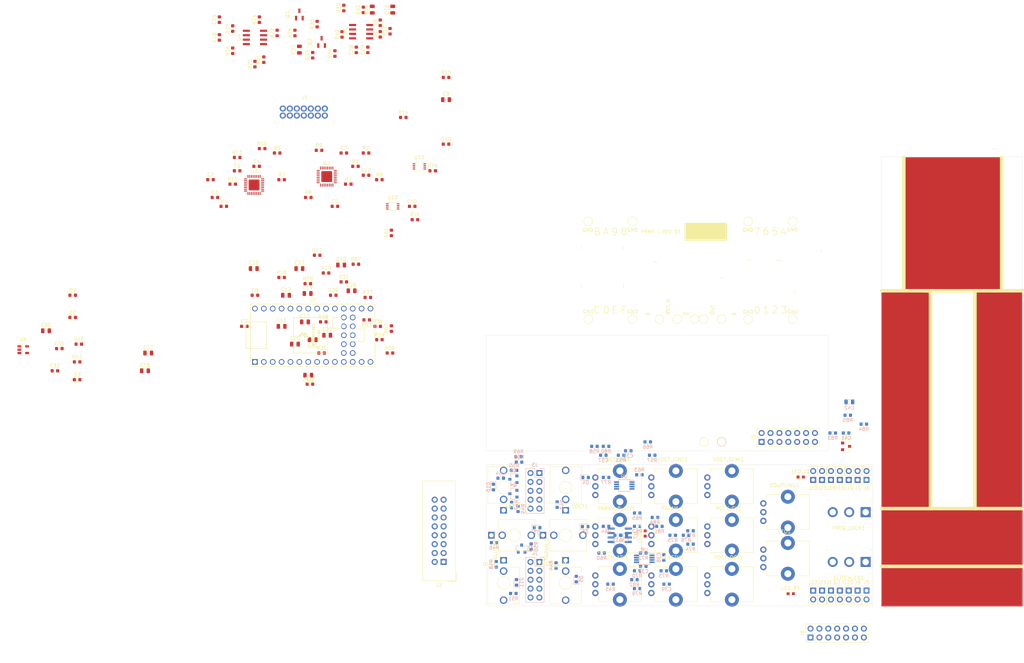
<source format=kicad_pcb>
(kicad_pcb (version 20171130) (host pcbnew 5.1.4+dfsg1-1)
  (layers (0 F.Cu signal) (1 In1.Cu signal) (2 In2.Cu signal) (31 B.Cu signal) (34 B.Paste user) (35 F.Paste user) (36 B.SilkS user hide) (37 F.SilkS user hide) (38 B.Mask user) (39 F.Mask user) (44 Edge.Cuts user))
  (net 0 "")
  (net 1 GND)
  (net 2 +12V)
  (net 3 -12V)
  (net 4 "Net-(D2-Pad1)")
  (net 5 "Net-(D1-Pad2)")
  (net 6 +1V8)
  (net 7 +3V3)
  (net 8 +5V)
  (net 9 /OUTA)
  (net 10 /CV_FILT)
  (net 11 /LEN_CV_T)
  (net 12 /LEN_KNOB_T)
  (net 13 /PARAM_0_T)
  (net 14 /PARAM_1_T)
  (net 15 /POLY_T)
  (net 16 /VOCT_T)
  (net 17 /VOCT_ATV_T)
  (net 18 /VOCT_FINE_T)
  (net 19 /OUTC)
  (net 20 "Net-(C23-Pad1)")
  (net 21 "Net-(C24-Pad2)")
  (net 22 "Net-(C24-Pad1)")
  (net 23 /VOCT_SEMI_T)
  (net 24 /VOCT_OCT_T)
  (net 25 /LFO_T)
  (net 26 "Net-(C35-Pad2)")
  (net 27 "Net-(C35-Pad1)")
  (net 28 "Net-(C38-Pad2)")
  (net 29 "Net-(C38-Pad1)")
  (net 30 "Net-(C39-Pad2)")
  (net 31 "Net-(C39-Pad1)")
  (net 32 "Net-(C41-Pad1)")
  (net 33 "Net-(D4-Pad1)")
  (net 34 "Net-(D5-Pad1)")
  (net 35 "Net-(D6-Pad1)")
  (net 36 "Net-(D7-Pad1)")
  (net 37 "Net-(D10-Pad1)")
  (net 38 "Net-(D11-Pad1)")
  (net 39 "Net-(EXT_CLK1-PadTN)")
  (net 40 /FREQ_LOCK_T)
  (net 41 "Net-(GLITCH1-PadTN)")
  (net 42 /GLITCH_EN_T)
  (net 43 "Net-(J1-Pad14)")
  (net 44 "Net-(J1-Pad12)")
  (net 45 /JTAG_TDI)
  (net 46 /JTAG_TDO)
  (net 47 /JTAG_TCK)
  (net 48 /JTAG_TMS)
  (net 49 /VJTAG)
  (net 50 "Net-(J2-Pad15)")
  (net 51 "Net-(J2-Pad13)")
  (net 52 "Net-(LED_C1-Pad2)")
  (net 53 "Net-(LED_L1-Pad2)")
  (net 54 "Net-(LED_R1-Pad2)")
  (net 55 "Net-(LEN_ATV1-Pad2)")
  (net 56 /LEN_KNOB)
  (net 57 "Net-(LENGTH_CV1-PadTN)")
  (net 58 /LFO)
  (net 59 "Net-(OUT1-PadTN)")
  (net 60 "Net-(PARAM_0-PadTN)")
  (net 61 /PARAM_1)
  (net 62 /POLY)
  (net 63 "Net-(Q1-Pad3)")
  (net 64 "Net-(Q2-Pad2)")
  (net 65 "Net-(Q2-Pad3)")
  (net 66 /GLITCH_IN_T)
  (net 67 "Net-(Q3-Pad1)")
  (net 68 /EXT_CLK_EN_T)
  (net 69 "Net-(Q4-Pad1)")
  (net 70 "Net-(Q5-Pad3)")
  (net 71 "Net-(Q5-Pad1)")
  (net 72 "Net-(Q6-Pad1)")
  (net 73 "Net-(R1-Pad1)")
  (net 74 "Net-(R2-Pad1)")
  (net 75 "Net-(R3-Pad1)")
  (net 76 "Net-(R4-Pad1)")
  (net 77 /JTAG_TDX0)
  (net 78 /JTAG_TDX1)
  (net 79 "Net-(R6-Pad2)")
  (net 80 "Net-(R7-Pad2)")
  (net 81 "Net-(R8-Pad2)")
  (net 82 "Net-(R9-Pad2)")
  (net 83 "Net-(R10-Pad2)")
  (net 84 "Net-(R11-Pad2)")
  (net 85 "Net-(R12-Pad2)")
  (net 86 "Net-(R13-Pad2)")
  (net 87 /OUT1)
  (net 88 /OUT0)
  (net 89 "Net-(R16-Pad2)")
  (net 90 /LEN_CV)
  (net 91 /PARAM_0)
  (net 92 "Net-(R21-Pad1)")
  (net 93 "Net-(R22-Pad1)")
  (net 94 /OUTB)
  (net 95 /VOCT_CV)
  (net 96 /VOCT_ATV)
  (net 97 /VOCT_FINE)
  (net 98 /VOCT_SEMI)
  (net 99 /VOCT_OCT)
  (net 100 "Net-(R39-Pad2)")
  (net 101 /OUT)
  (net 102 "Net-(R41-Pad2)")
  (net 103 "Net-(R43-Pad2)")
  (net 104 "Net-(R53-Pad1)")
  (net 105 "Net-(R60-Pad1)")
  (net 106 "Net-(R62-Pad1)")
  (net 107 "Net-(R64-Pad1)")
  (net 108 "Net-(R65-Pad1)")
  (net 109 "Net-(R70-Pad1)")
  (net 110 "Net-(R71-Pad1)")
  (net 111 "Net-(R76-Pad2)")
  (net 112 "Net-(R77-Pad2)")
  (net 113 "Net-(R80-Pad2)")
  (net 114 "Net-(R80-Pad1)")
  (net 115 /LFO_LED_T)
  (net 116 /TAPS_LED_T)
  (net 117 /LFSR1_IN)
  (net 118 /LFSR0_IN)
  (net 119 /CLK1_T)
  (net 120 /CLK0_T)
  (net 121 /TAP11)
  (net 122 /TAP10)
  (net 123 /TAP9)
  (net 124 /TAP8)
  (net 125 /TAP7)
  (net 126 /TAP6)
  (net 127 /TAP5)
  (net 128 /TAP4)
  (net 129 /TAP3)
  (net 130 /TAP2)
  (net 131 /TAP1)
  (net 132 /TAP0)
  (net 133 /CLK0)
  (net 134 "Net-(U6-Pad4)")
  (net 135 "Net-(U10-Pad3)")
  (net 136 /PARAM_0_CV_T)
  (net 137 /PARAM_0_CV)
  (net 138 "Net-(R62-Pad2)")
  (net 139 "Net-(J7-Pad1)")
  (net 140 /EXT_CLK)
  (net 141 "Net-(J5-Pad11)")
  (net 142 "Net-(J5-Pad9)")
  (net 143 "Net-(J5-Pad7)")
  (net 144 "Net-(J5-Pad5)")
  (net 145 "Net-(J5-Pad3)")
  (net 146 "Net-(J5-Pad1)")
  (net 147 "Net-(J6-Pad14)")
  (net 148 "Net-(J6-Pad12)")
  (net 149 "Net-(J6-Pad10)")
  (net 150 "Net-(J6-Pad8)")
  (net 151 "Net-(J6-Pad6)")
  (net 152 "Net-(J6-Pad4)")
  (net 153 "Net-(J6-Pad2)")
  (module Package_SO:VSSOP-8_2.4x2.1mm_P0.5mm (layer F.Cu) (at -2.54 3.81)
    (fp_text reference U10 (at 0 -2.54) (layer F.SilkS))
    (fp_text value 74LVC2G157)
    (pad 8 smd rect (at 1.55 -0.75) (size 0.75 0.25) (layers F.Cu F.Paste F.Mask) (net 7 +3V3))
    (pad 7 smd rect (at 1.55 -0.25) (size 0.75 0.25) (layers F.Cu F.Paste F.Mask) (net 111 "Net-(R76-Pad2)"))
    (pad 6 smd rect (at 1.55 0.25) (size 0.75 0.25) (layers F.Cu F.Paste F.Mask) (net 68 /EXT_CLK_EN_T))
    (pad 5 smd rect (at 1.55 0.75) (size 0.75 0.25) (layers F.Cu F.Paste F.Mask) (net 133 /CLK0))
    (pad 4 smd rect (at -1.55 0.75) (size 0.75 0.25) (layers F.Cu F.Paste F.Mask) (net 1 GND))
    (pad 3 smd rect (at -1.55 0.25) (size 0.75 0.25) (layers F.Cu F.Paste F.Mask) (net 135 "Net-(U10-Pad3)"))
    (pad 2 smd rect (at -1.55 -0.25) (size 0.75 0.25) (layers F.Cu F.Paste F.Mask) (net 140 /EXT_CLK))
    (pad 1 smd rect (at -1.55 -0.75) (size 0.75 0.25) (layers F.Cu F.Paste F.Mask) (net 120 /CLK0_T))
  )
  (module Resistor_SMD:R_0603_1608Metric (layer F.Cu) (at 1.27 5.08)
    (fp_text reference R76 (at 0 -1.43) (layer F.SilkS))
    (fp_text value 0)
    (pad 2 smd roundrect (at 0.7875 0) (size 0.875 0.95) (layers F.Cu F.Paste F.Mask) (net 111 "Net-(R76-Pad2)"))
    (pad 1 smd roundrect (at -0.7875 0) (size 0.875 0.95) (layers F.Cu F.Paste F.Mask) (net 1 GND))
  )
  (module Connector_PinHeader_2.54mm:PinHeader_2x07_P2.54mm_Vertical (layer F.Cu) (at 109.22 138.43 90)
    (fp_text reference J6 (at 1.27 -2.33 90) (layer F.SilkS))
    (fp_text value Conn_02x07_Odd_Even)
    (pad 14 thru_hole oval (at 2.54 15.24 90) (size 1.7 1.7) (drill 1) (layers *.Cu *.Mask) (net 147 "Net-(J6-Pad14)"))
    (pad 13 thru_hole oval (at 0 15.24 90) (size 1.7 1.7) (drill 1) (layers *.Cu *.Mask) (net 1 GND))
    (pad 12 thru_hole oval (at 2.54 12.7 90) (size 1.7 1.7) (drill 1) (layers *.Cu *.Mask) (net 148 "Net-(J6-Pad12)"))
    (pad 11 thru_hole oval (at 0 12.7 90) (size 1.7 1.7) (drill 1) (layers *.Cu *.Mask) (net 1 GND))
    (pad 10 thru_hole oval (at 2.54 10.16 90) (size 1.7 1.7) (drill 1) (layers *.Cu *.Mask) (net 149 "Net-(J6-Pad10)"))
    (pad 9 thru_hole oval (at 0 10.16 90) (size 1.7 1.7) (drill 1) (layers *.Cu *.Mask) (net 1 GND))
    (pad 8 thru_hole oval (at 2.54 7.62 90) (size 1.7 1.7) (drill 1) (layers *.Cu *.Mask) (net 150 "Net-(J6-Pad8)"))
    (pad 7 thru_hole oval (at 0 7.62 90) (size 1.7 1.7) (drill 1) (layers *.Cu *.Mask) (net 1 GND))
    (pad 6 thru_hole oval (at 2.54 5.08 90) (size 1.7 1.7) (drill 1) (layers *.Cu *.Mask) (net 151 "Net-(J6-Pad6)"))
    (pad 5 thru_hole oval (at 0 5.08 90) (size 1.7 1.7) (drill 1) (layers *.Cu *.Mask) (net 1 GND))
    (pad 4 thru_hole oval (at 2.54 2.54 90) (size 1.7 1.7) (drill 1) (layers *.Cu *.Mask) (net 152 "Net-(J6-Pad4)"))
    (pad 3 thru_hole oval (at 0 2.54 90) (size 1.7 1.7) (drill 1) (layers *.Cu *.Mask) (net 1 GND))
    (pad 2 thru_hole oval (at 2.54 0 90) (size 1.7 1.7) (drill 1) (layers *.Cu *.Mask) (net 153 "Net-(J6-Pad2)"))
    (pad 1 thru_hole rect (at 0 0 90) (size 1.7 1.7) (drill 1) (layers *.Cu *.Mask) (net 1 GND))
  )
  (module Connector_PinHeader_2.54mm:PinHeader_2x07_P2.54mm_Vertical (layer F.Cu) (at 95.25 82.55 90)
    (fp_text reference J5 (at 1.27 -2.33 90) (layer F.SilkS))
    (fp_text value Conn_02x07_Odd_Even)
    (pad 14 thru_hole oval (at 2.54 15.24 90) (size 1.7 1.7) (drill 1) (layers *.Cu *.Mask) (net 1 GND))
    (pad 13 thru_hole oval (at 0 15.24 90) (size 1.7 1.7) (drill 1) (layers *.Cu *.Mask) (net 7 +3V3))
    (pad 12 thru_hole oval (at 2.54 12.7 90) (size 1.7 1.7) (drill 1) (layers *.Cu *.Mask) (net 1 GND))
    (pad 11 thru_hole oval (at 0 12.7 90) (size 1.7 1.7) (drill 1) (layers *.Cu *.Mask) (net 141 "Net-(J5-Pad11)"))
    (pad 10 thru_hole oval (at 2.54 10.16 90) (size 1.7 1.7) (drill 1) (layers *.Cu *.Mask) (net 1 GND))
    (pad 9 thru_hole oval (at 0 10.16 90) (size 1.7 1.7) (drill 1) (layers *.Cu *.Mask) (net 142 "Net-(J5-Pad9)"))
    (pad 8 thru_hole oval (at 2.54 7.62 90) (size 1.7 1.7) (drill 1) (layers *.Cu *.Mask) (net 1 GND))
    (pad 7 thru_hole oval (at 0 7.62 90) (size 1.7 1.7) (drill 1) (layers *.Cu *.Mask) (net 143 "Net-(J5-Pad7)"))
    (pad 6 thru_hole oval (at 2.54 5.08 90) (size 1.7 1.7) (drill 1) (layers *.Cu *.Mask) (net 1 GND))
    (pad 5 thru_hole oval (at 0 5.08 90) (size 1.7 1.7) (drill 1) (layers *.Cu *.Mask) (net 144 "Net-(J5-Pad5)"))
    (pad 4 thru_hole oval (at 2.54 2.54 90) (size 1.7 1.7) (drill 1) (layers *.Cu *.Mask) (net 1 GND))
    (pad 3 thru_hole oval (at 0 2.54 90) (size 1.7 1.7) (drill 1) (layers *.Cu *.Mask) (net 145 "Net-(J5-Pad3)"))
    (pad 2 thru_hole oval (at 2.54 0 90) (size 1.7 1.7) (drill 1) (layers *.Cu *.Mask) (net 1 GND))
    (pad 1 thru_hole rect (at 0 0 90) (size 1.7 1.7) (drill 1) (layers *.Cu *.Mask) (net 146 "Net-(J5-Pad1)"))
  )
  (module Connector_PinHeader_2.54mm:PinHeader_2x05_P2.54mm_Vertical (layer B.Cu) (at 31.75 116.84 180)
    (fp_text reference J4 (at 1.27 2.33) (layer B.SilkS) (effects (justify mirror)))
    (fp_text value Conn_02x05_Odd_Even)
    (pad 10 thru_hole oval (at 2.54 -10.16 180) (size 1.7 1.7) (drill 1) (layers *.Cu *.Mask) (net 101 /OUT))
    (pad 9 thru_hole oval (at 0 -10.16 180) (size 1.7 1.7) (drill 1) (layers *.Cu *.Mask) (net 1 GND))
    (pad 8 thru_hole oval (at 2.54 -7.62 180) (size 1.7 1.7) (drill 1) (layers *.Cu *.Mask) (net 1 GND))
    (pad 7 thru_hole oval (at 0 -7.62 180) (size 1.7 1.7) (drill 1) (layers *.Cu *.Mask) (net 90 /LEN_CV))
    (pad 6 thru_hole oval (at 2.54 -5.08 180) (size 1.7 1.7) (drill 1) (layers *.Cu *.Mask) (net 1 GND))
    (pad 5 thru_hole oval (at 0 -5.08 180) (size 1.7 1.7) (drill 1) (layers *.Cu *.Mask) (net 91 /PARAM_0))
    (pad 4 thru_hole oval (at 2.54 -2.54 180) (size 1.7 1.7) (drill 1) (layers *.Cu *.Mask) (net 66 /GLITCH_IN_T))
    (pad 3 thru_hole oval (at 0 -2.54 180) (size 1.7 1.7) (drill 1) (layers *.Cu *.Mask) (net 1 GND))
    (pad 2 thru_hole oval (at 2.54 0 180) (size 1.7 1.7) (drill 1) (layers *.Cu *.Mask) (net 1 GND))
    (pad 1 thru_hole rect (at 0 0 180) (size 1.7 1.7) (drill 1) (layers *.Cu *.Mask) (net 2 +12V))
  )
  (module Connector_PinHeader_2.54mm:PinHeader_2x05_P2.54mm_Vertical (layer B.Cu) (at 31.75 91.44 180)
    (fp_text reference J3 (at 1.27 2.33) (layer B.SilkS) (effects (justify mirror)))
    (fp_text value Conn_02x05_Odd_Even)
    (pad 10 thru_hole oval (at 2.54 -10.16 180) (size 1.7 1.7) (drill 1) (layers *.Cu *.Mask) (net 1 GND))
    (pad 9 thru_hole oval (at 0 -10.16 180) (size 1.7 1.7) (drill 1) (layers *.Cu *.Mask) (net 3 -12V))
    (pad 8 thru_hole oval (at 2.54 -7.62 180) (size 1.7 1.7) (drill 1) (layers *.Cu *.Mask) (net 1 GND))
    (pad 7 thru_hole oval (at 0 -7.62 180) (size 1.7 1.7) (drill 1) (layers *.Cu *.Mask) (net 95 /VOCT_CV))
    (pad 6 thru_hole oval (at 2.54 -5.08 180) (size 1.7 1.7) (drill 1) (layers *.Cu *.Mask) (net 1 GND))
    (pad 5 thru_hole oval (at 0 -5.08 180) (size 1.7 1.7) (drill 1) (layers *.Cu *.Mask) (net 96 /VOCT_ATV))
    (pad 4 thru_hole oval (at 2.54 -2.54 180) (size 1.7 1.7) (drill 1) (layers *.Cu *.Mask) (net 140 /EXT_CLK))
    (pad 3 thru_hole oval (at 0 -2.54 180) (size 1.7 1.7) (drill 1) (layers *.Cu *.Mask) (net 1 GND))
    (pad 2 thru_hole oval (at 2.54 0 180) (size 1.7 1.7) (drill 1) (layers *.Cu *.Mask) (net 68 /EXT_CLK_EN_T))
    (pad 1 thru_hole rect (at 0 0 180) (size 1.7 1.7) (drill 1) (layers *.Cu *.Mask) (net 1 GND))
  )
  (module Capacitor_SMD:C_0603_1608Metric (layer F.Cu) (at 5.08 -2.54)
    (fp_text reference C40 (at 0 -1.43) (layer F.SilkS))
    (fp_text value 1u)
    (pad 2 smd roundrect (at 0.7875 0) (size 0.875 0.95) (layers F.Cu F.Paste F.Mask) (net 1 GND))
    (pad 1 smd roundrect (at -0.7875 0) (size 0.875 0.95) (layers F.Cu F.Paste F.Mask) (net 7 +3V3))
  )
  (module Connector_PinHeader_2.54mm:PinHeader_1x02_P2.54mm_Vertical (layer F.Cu) (at 112.522 93.4085 180)
    (fp_text reference J23 (at 0 -2.33) (layer F.SilkS))
    (fp_text value Conn_02x01)
    (pad 2 thru_hole oval (at 0 2.54 180) (size 1.7 1.7) (drill 1) (layers *.Cu *.Mask) (net 1 GND))
    (pad 1 thru_hole rect (at 0 0 180) (size 1.7 1.7) (drill 1) (layers *.Cu *.Mask) (net 137 /PARAM_0_CV))
  )
  (module Connector_PinHeader_2.54mm:PinHeader_1x02_P2.54mm_Vertical (layer F.Cu) (at 109.982 125.0315)
    (fp_text reference J22 (at 0 -2.33) (layer F.SilkS))
    (fp_text value Conn_02x01)
    (pad 2 thru_hole oval (at 0 2.54) (size 1.7 1.7) (drill 1) (layers *.Cu *.Mask) (net 1 GND))
    (pad 1 thru_hole rect (at 0 0) (size 1.7 1.7) (drill 1) (layers *.Cu *.Mask) (net 116 /TAPS_LED_T))
  )
  (module Connector_PinHeader_2.54mm:PinHeader_1x02_P2.54mm_Vertical (layer F.Cu) (at 112.522 125.0315)
    (fp_text reference J21 (at 0 -2.33) (layer F.SilkS))
    (fp_text value Conn_02x01)
    (pad 2 thru_hole oval (at 0 2.54) (size 1.7 1.7) (drill 1) (layers *.Cu *.Mask) (net 1 GND))
    (pad 1 thru_hole rect (at 0 0) (size 1.7 1.7) (drill 1) (layers *.Cu *.Mask) (net 62 /POLY))
  )
  (module Connector_PinHeader_2.54mm:PinHeader_1x02_P2.54mm_Vertical (layer F.Cu) (at 120.142 125.0315)
    (fp_text reference J20 (at 0 -2.33) (layer F.SilkS))
    (fp_text value Conn_02x01)
    (pad 2 thru_hole oval (at 0 2.54) (size 1.7 1.7) (drill 1) (layers *.Cu *.Mask) (net 1 GND))
    (pad 1 thru_hole rect (at 0 0) (size 1.7 1.7) (drill 1) (layers *.Cu *.Mask) (net 99 /VOCT_OCT))
  )
  (module Connector_PinHeader_2.54mm:PinHeader_1x02_P2.54mm_Vertical (layer F.Cu) (at 120.142 93.4085 180)
    (fp_text reference J19 (at 0 -2.33) (layer F.SilkS))
    (fp_text value Conn_02x01)
    (pad 2 thru_hole oval (at 0 2.54 180) (size 1.7 1.7) (drill 1) (layers *.Cu *.Mask) (net 1 GND))
    (pad 1 thru_hole rect (at 0 0 180) (size 1.7 1.7) (drill 1) (layers *.Cu *.Mask) (net 98 /VOCT_SEMI))
  )
  (module Connector_PinHeader_2.54mm:PinHeader_1x02_P2.54mm_Vertical (layer F.Cu) (at 115.062 93.4085 180)
    (fp_text reference J18 (at 0 -2.33) (layer F.SilkS))
    (fp_text value Conn_02x01)
    (pad 2 thru_hole oval (at 0 2.54 180) (size 1.7 1.7) (drill 1) (layers *.Cu *.Mask) (net 1 GND))
    (pad 1 thru_hole rect (at 0 0 180) (size 1.7 1.7) (drill 1) (layers *.Cu *.Mask) (net 61 /PARAM_1))
  )
  (module Connector_PinHeader_2.54mm:PinHeader_1x02_P2.54mm_Vertical (layer F.Cu) (at 117.602 125.0315)
    (fp_text reference J17 (at 0 -2.33) (layer F.SilkS))
    (fp_text value Conn_02x01)
    (pad 2 thru_hole oval (at 0 2.54) (size 1.7 1.7) (drill 1) (layers *.Cu *.Mask) (net 1 GND))
    (pad 1 thru_hole rect (at 0 0) (size 1.7 1.7) (drill 1) (layers *.Cu *.Mask) (net 56 /LEN_KNOB))
  )
  (module Connector_PinHeader_2.54mm:PinHeader_1x02_P2.54mm_Vertical (layer F.Cu) (at 117.602 93.4085 180)
    (fp_text reference J16 (at 0 -2.33) (layer F.SilkS))
    (fp_text value Conn_02x01)
    (pad 2 thru_hole oval (at 0 2.54 180) (size 1.7 1.7) (drill 1) (layers *.Cu *.Mask) (net 1 GND))
    (pad 1 thru_hole rect (at 0 0 180) (size 1.7 1.7) (drill 1) (layers *.Cu *.Mask) (net 97 /VOCT_FINE))
  )
  (module Connector_PinHeader_2.54mm:PinHeader_1x02_P2.54mm_Vertical (layer F.Cu) (at 115.062 125.0315)
    (fp_text reference J13 (at 0 -2.33) (layer F.SilkS))
    (fp_text value Conn_02x01)
    (pad 2 thru_hole oval (at 0 2.54) (size 1.7 1.7) (drill 1) (layers *.Cu *.Mask) (net 1 GND))
    (pad 1 thru_hole rect (at 0 0) (size 1.7 1.7) (drill 1) (layers *.Cu *.Mask) (net 115 /LFO_LED_T))
  )
  (module Connector_PinHeader_2.54mm:PinHeader_1x02_P2.54mm_Vertical (layer F.Cu) (at 109.982 93.4085 180)
    (fp_text reference J12 (at 0 -2.33) (layer F.SilkS))
    (fp_text value Conn_02x01)
    (pad 2 thru_hole oval (at 0 2.54 180) (size 1.7 1.7) (drill 1) (layers *.Cu *.Mask) (net 1 GND))
    (pad 1 thru_hole rect (at 0 0 180) (size 1.7 1.7) (drill 1) (layers *.Cu *.Mask) (net 7 +3V3))
  )
  (module Connector_PinHeader_2.54mm:PinHeader_1x02_P2.54mm_Vertical (layer F.Cu) (at 122.682 125.0315)
    (fp_text reference J9 (at 0 -2.33) (layer F.SilkS))
    (fp_text value Conn_02x01)
    (pad 2 thru_hole oval (at 0 2.54) (size 1.7 1.7) (drill 1) (layers *.Cu *.Mask) (net 1 GND))
    (pad 1 thru_hole rect (at 0 0) (size 1.7 1.7) (drill 1) (layers *.Cu *.Mask) (net 58 /LFO))
  )
  (module Connector_PinHeader_2.54mm:PinHeader_1x02_P2.54mm_Vertical (layer F.Cu) (at 125.222 93.4085 180)
    (fp_text reference J6 (at 0 -2.33) (layer F.SilkS))
    (fp_text value Conn_02x01)
    (pad 2 thru_hole oval (at 0 2.54 180) (size 1.7 1.7) (drill 1) (layers *.Cu *.Mask) (net 1 GND))
    (pad 1 thru_hole rect (at 0 0 180) (size 1.7 1.7) (drill 1) (layers *.Cu *.Mask) (net 40 /FREQ_LOCK_T))
  )
  (module Connector_PinHeader_2.54mm:PinHeader_1x02_P2.54mm_Vertical (layer F.Cu) (at 125.222 125.0315)
    (fp_text reference J5 (at 0 -2.33) (layer F.SilkS))
    (fp_text value Conn_02x01)
    (pad 2 thru_hole oval (at 0 2.54) (size 1.7 1.7) (drill 1) (layers *.Cu *.Mask) (net 1 GND))
    (pad 1 thru_hole rect (at 0 0) (size 1.7 1.7) (drill 1) (layers *.Cu *.Mask) (net 42 /GLITCH_EN_T))
  )
  (module Connector_PinHeader_2.54mm:PinHeader_1x02_P2.54mm_Vertical (layer F.Cu) (at 122.682 93.4085 180)
    (fp_text reference J3 (at 0 -2.33) (layer F.SilkS))
    (fp_text value Conn_02x01)
    (pad 2 thru_hole oval (at 0 2.54 180) (size 1.7 1.7) (drill 1) (layers *.Cu *.Mask) (net 1 GND))
    (pad 1 thru_hole rect (at 0 0 180) (size 1.7 1.7) (drill 1) (layers *.Cu *.Mask) (net 10 /CV_FILT))
  )
  (module digikey-footprints:Toggle_Switch_100SP1T1B4M2QE (layer F.Cu) (at 124.968 116.84 180)
    (fp_text reference GLITCH_EN1 (at 4.84 -4.55) (layer F.SilkS))
    (fp_text value 100SP5T1B1M2QEH)
    (pad 3 thru_hole circle (at 9.4 0 180) (size 2.85 2.85) (drill 1.85) (layers *.Cu *.Mask) (net 1 GND))
    (pad 2 thru_hole circle (at 4.7 0 180) (size 2.85 2.85) (drill 1.85) (layers *.Cu *.Mask) (net 42 /GLITCH_EN_T))
    (pad 1 thru_hole rect (at 0 0 180) (size 2.85 2.85) (drill 1.85) (layers *.Cu *.Mask) (net 1 GND))
  )
  (module digikey-footprints:Toggle_Switch_100SP1T1B4M2QE (layer F.Cu) (at 124.968 102.616 180)
    (fp_text reference FREQ_LOCK1 (at 4.84 -4.55) (layer F.SilkS))
    (fp_text value 100SP5T1B1M2QEH)
    (pad 3 thru_hole circle (at 9.4 0 180) (size 2.85 2.85) (drill 1.85) (layers *.Cu *.Mask) (net 1 GND))
    (pad 2 thru_hole circle (at 4.7 0 180) (size 2.85 2.85) (drill 1.85) (layers *.Cu *.Mask) (net 40 /FREQ_LOCK_T))
    (pad 1 thru_hole rect (at 0 0 180) (size 2.85 2.85) (drill 1.85) (layers *.Cu *.Mask) (net 1 GND))
  )
  (module Resistor_SMD:R_0603_1608Metric (layer F.Cu) (at -20.682 31.784)
    (fp_text reference R87 (at 0 -1.43) (layer F.SilkS))
    (fp_text value 100)
    (pad 2 smd roundrect (at 0.7875 0) (size 0.875 0.95) (layers F.Cu F.Paste F.Mask) (net 13 /PARAM_0_T))
    (pad 1 smd roundrect (at -0.7875 0) (size 0.875 0.95) (layers F.Cu F.Paste F.Mask) (net 137 /PARAM_0_CV))
  )
  (module Capacitor_SMD:C_0805_2012Metric (layer F.Cu) (at -24.892 32.004)
    (fp_text reference C43 (at 0 -1.65) (layer F.SilkS))
    (fp_text value 100n)
    (pad 2 smd roundrect (at 0.9375 0) (size 0.975 1.4) (layers F.Cu F.Paste F.Mask) (net 1 GND))
    (pad 1 smd roundrect (at -0.9375 0) (size 0.975 1.4) (layers F.Cu F.Paste F.Mask) (net 13 /PARAM_0_T))
  )
  (module Potentiometer_THT:Potentiometer_Bourns_PTV09A-1_Single_Vertical (layer F.Cu) (at 79.75 97.722)
    (fp_text reference VOCT_SEMI1 (at 6.05 -10.15) (layer F.SilkS))
    (fp_text value 100k)
    (pad "" np_thru_hole circle (at 7 1.9) (size 4 4) (drill 2) (layers *.Cu *.Mask))
    (pad "" np_thru_hole circle (at 7 -6.9) (size 4 4) (drill 2) (layers *.Cu *.Mask))
    (pad 1 thru_hole circle (at 0 0) (size 1.8 1.8) (drill 1) (layers *.Cu *.Mask) (net 7 +3V3))
    (pad 2 thru_hole circle (at 0 -2.5) (size 1.8 1.8) (drill 1) (layers *.Cu *.Mask) (net 98 /VOCT_SEMI))
    (pad 3 thru_hole circle (at 0 -5) (size 1.8 1.8) (drill 1) (layers *.Cu *.Mask) (net 1 GND))
  )
  (module Potentiometer_THT:Potentiometer_Bourns_PTV09A-1_Single_Vertical (layer F.Cu) (at 79.75 125.718)
    (fp_text reference VOCT_OCT1 (at 6.05 -10.15) (layer F.SilkS))
    (fp_text value 100k)
    (pad "" np_thru_hole circle (at 7 1.9) (size 4 4) (drill 2) (layers *.Cu *.Mask))
    (pad "" np_thru_hole circle (at 7 -6.9) (size 4 4) (drill 2) (layers *.Cu *.Mask))
    (pad 1 thru_hole circle (at 0 0) (size 1.8 1.8) (drill 1) (layers *.Cu *.Mask) (net 7 +3V3))
    (pad 2 thru_hole circle (at 0 -2.5) (size 1.8 1.8) (drill 1) (layers *.Cu *.Mask) (net 99 /VOCT_OCT))
    (pad 3 thru_hole circle (at 0 -5) (size 1.8 1.8) (drill 1) (layers *.Cu *.Mask) (net 1 GND))
  )
  (module Potentiometer_THT:Potentiometer_Bourns_PTV09A-1_Single_Vertical (layer F.Cu) (at 63.746 97.722)
    (fp_text reference VOCT_FINE1 (at 6.05 -10.15) (layer F.SilkS))
    (fp_text value 100k)
    (pad "" np_thru_hole circle (at 7 1.9) (size 4 4) (drill 2) (layers *.Cu *.Mask))
    (pad "" np_thru_hole circle (at 7 -6.9) (size 4 4) (drill 2) (layers *.Cu *.Mask))
    (pad 1 thru_hole circle (at 0 0) (size 1.8 1.8) (drill 1) (layers *.Cu *.Mask) (net 7 +3V3))
    (pad 2 thru_hole circle (at 0 -2.5) (size 1.8 1.8) (drill 1) (layers *.Cu *.Mask) (net 97 /VOCT_FINE))
    (pad 3 thru_hole circle (at 0 -5) (size 1.8 1.8) (drill 1) (layers *.Cu *.Mask) (net 1 GND))
  )
  (module Potentiometer_THT:Potentiometer_Bourns_PTV09A-1_Single_Vertical (layer F.Cu) (at 47.746 97.722)
    (fp_text reference VOCT_ATV1 (at 6.05 -10.15) (layer F.SilkS))
    (fp_text value 100k)
    (pad "" np_thru_hole circle (at 7 1.9) (size 4 4) (drill 2) (layers *.Cu *.Mask))
    (pad "" np_thru_hole circle (at 7 -6.9) (size 4 4) (drill 2) (layers *.Cu *.Mask))
    (pad 1 thru_hole circle (at 0 0) (size 1.8 1.8) (drill 1) (layers *.Cu *.Mask) (net 7 +3V3))
    (pad 2 thru_hole circle (at 0 -2.5) (size 1.8 1.8) (drill 1) (layers *.Cu *.Mask) (net 96 /VOCT_ATV))
    (pad 3 thru_hole circle (at 0 -5) (size 1.8 1.8) (drill 1) (layers *.Cu *.Mask) (net 1 GND))
  )
  (module ttt_lib:Jack_3.5mm_QingPu_WQP-PJ398SM_Vertical_CircularHoles (layer F.Cu) (at 39.2535 102.078 180)
    (fp_text reference VOCT1 (at -4.03 1.08 180) (layer F.SilkS))
    (fp_text value PJ398SM)
    (pad TN thru_hole circle (at 0 3.1) (size 2.13 2.13) (drill 1.42) (layers *.Cu *.Mask) (net 103 "Net-(R43-Pad2)"))
    (pad S thru_hole rect (at 0 0) (size 1.93 1.83) (drill 1.22) (layers *.Cu *.Mask) (net 1 GND))
    (pad T thru_hole circle (at 0 11.4) (size 2.13 2.13) (drill 1.43) (layers *.Cu *.Mask) (net 33 "Net-(D4-Pad1)"))
  )
  (module Package_SO:VSSOP-8_2.4x2.1mm_P0.5mm (layer F.Cu) (at -10.16 15.24)
    (fp_text reference U10 (at 0 -2.54) (layer F.SilkS))
    (fp_text value 74LVC2G157)
    (pad 8 smd rect (at 1.55 -0.75) (size 0.75 0.25) (layers F.Cu F.Paste F.Mask) (net 7 +3V3))
    (pad 7 smd rect (at 1.55 -0.25) (size 0.75 0.25) (layers F.Cu F.Paste F.Mask) (net 111 "Net-(R76-Pad2)"))
    (pad 6 smd rect (at 1.55 0.25) (size 0.75 0.25) (layers F.Cu F.Paste F.Mask) (net 68 /EXT_CLK_EN_T))
    (pad 5 smd rect (at 1.55 0.75) (size 0.75 0.25) (layers F.Cu F.Paste F.Mask) (net 133 /CLK0))
    (pad 4 smd rect (at -1.55 0.75) (size 0.75 0.25) (layers F.Cu F.Paste F.Mask) (net 1 GND))
    (pad 3 smd rect (at -1.55 0.25) (size 0.75 0.25) (layers F.Cu F.Paste F.Mask) (net 135 "Net-(U10-Pad3)"))
    (pad 2 smd rect (at -1.55 -0.25) (size 0.75 0.25) (layers F.Cu F.Paste F.Mask) (net 139 "Net-(J7-Pad1)"))
    (pad 1 smd rect (at -1.55 -0.75) (size 0.75 0.25) (layers F.Cu F.Paste F.Mask) (net 120 /CLK0_T))
  )
  (module Package_SO:MSOP-8_3x3mm_P0.65mm (layer B.Cu) (at 56.007 94.996 180)
    (fp_text reference U9 (at 0 2.6) (layer B.SilkS) (effects (justify mirror)))
    (fp_text value MCP6002-xMS)
    (pad 8 smd rect (at 2.2 0.975 180) (size 1.45 0.45) (layers B.Cu B.Paste B.Mask) (net 7 +3V3))
    (pad 7 smd rect (at 2.2 0.325 180) (size 1.45 0.45) (layers B.Cu B.Paste B.Mask) (net 114 "Net-(R80-Pad1)"))
    (pad 6 smd rect (at 2.2 -0.325 180) (size 1.45 0.45) (layers B.Cu B.Paste B.Mask) (net 113 "Net-(R80-Pad2)"))
    (pad 5 smd rect (at 2.2 -0.975 180) (size 1.45 0.45) (layers B.Cu B.Paste B.Mask) (net 112 "Net-(R77-Pad2)"))
    (pad 4 smd rect (at -2.2 -0.975 180) (size 1.45 0.45) (layers B.Cu B.Paste B.Mask) (net 1 GND))
    (pad 3 smd rect (at -2.2 -0.325 180) (size 1.45 0.45) (layers B.Cu B.Paste B.Mask) (net 104 "Net-(R53-Pad1)"))
    (pad 2 smd rect (at -2.2 0.325 180) (size 1.45 0.45) (layers B.Cu B.Paste B.Mask) (net 27 "Net-(C35-Pad1)"))
    (pad 1 smd rect (at -2.2 0.975 180) (size 1.45 0.45) (layers B.Cu B.Paste B.Mask) (net 26 "Net-(C35-Pad2)"))
  )
  (module Package_SO:MSOP-8_3x3mm_P0.65mm (layer B.Cu) (at 61.722 115.951 180)
    (fp_text reference U8 (at 0 2.6) (layer B.SilkS) (effects (justify mirror)))
    (fp_text value MCP6002-xMS)
    (pad 8 smd rect (at 2.2 0.975 180) (size 1.45 0.45) (layers B.Cu B.Paste B.Mask) (net 7 +3V3))
    (pad 7 smd rect (at 2.2 0.325 180) (size 1.45 0.45) (layers B.Cu B.Paste B.Mask) (net 30 "Net-(C39-Pad2)"))
    (pad 6 smd rect (at 2.2 -0.325 180) (size 1.45 0.45) (layers B.Cu B.Paste B.Mask) (net 109 "Net-(R70-Pad1)"))
    (pad 5 smd rect (at 2.2 -0.975 180) (size 1.45 0.45) (layers B.Cu B.Paste B.Mask) (net 31 "Net-(C39-Pad1)"))
    (pad 4 smd rect (at -2.2 -0.975 180) (size 1.45 0.45) (layers B.Cu B.Paste B.Mask) (net 1 GND))
    (pad 3 smd rect (at -2.2 -0.325 180) (size 1.45 0.45) (layers B.Cu B.Paste B.Mask) (net 110 "Net-(R71-Pad1)"))
    (pad 2 smd rect (at -2.2 0.325 180) (size 1.45 0.45) (layers B.Cu B.Paste B.Mask) (net 29 "Net-(C38-Pad1)"))
    (pad 1 smd rect (at -2.2 0.975 180) (size 1.45 0.45) (layers B.Cu B.Paste B.Mask) (net 28 "Net-(C38-Pad2)"))
  )
  (module digikey-footprints:SOIC-8_W3.9mm (layer B.Cu) (at 54.7 109.22 90)
    (fp_text reference U7 (at 0.01778 4.56946 90) (layer B.SilkS) (effects (justify mirror)))
    (fp_text value TL072CDR)
    (pad 3 smd rect (at 0.635 -2.45 90) (size 0.6 2) (layers B.Cu B.Paste B.Mask) (net 55 "Net-(LEN_ATV1-Pad2)"))
    (pad 8 smd rect (at -1.905 2.45 90) (size 0.6 2) (layers B.Cu B.Paste B.Mask) (net 2 +12V))
    (pad 7 smd rect (at -0.635 2.45 90) (size 0.6 2) (layers B.Cu B.Paste B.Mask) (net 106 "Net-(R62-Pad1)"))
    (pad 6 smd rect (at 0.635 2.45 90) (size 0.6 2) (layers B.Cu B.Paste B.Mask) (net 138 "Net-(R62-Pad2)"))
    (pad 5 smd rect (at 1.905 2.45 90) (size 0.6 2) (layers B.Cu B.Paste B.Mask) (net 108 "Net-(R65-Pad1)"))
    (pad 4 smd rect (at 1.905 -2.45 90) (size 0.6 2) (layers B.Cu B.Paste B.Mask) (net 3 -12V))
    (pad 2 smd rect (at -0.635 -2.45 90) (size 0.6 2) (layers B.Cu B.Paste B.Mask) (net 105 "Net-(R60-Pad1)"))
    (pad 1 smd rect (at -1.905 -2.45 90) (size 0.6 2) (layers B.Cu B.Paste B.Mask) (net 107 "Net-(R64-Pad1)"))
  )
  (module Package_TO_SOT_SMD:SOT-23-5 (layer F.Cu) (at -115.74 56.2)
    (fp_text reference U6 (at 0 -2.9) (layer F.SilkS))
    (fp_text value MIC5504-1.8YM5)
    (pad 5 smd rect (at 1.1 -0.95) (size 1.06 0.65) (layers F.Cu F.Paste F.Mask) (net 6 +1V8))
    (pad 4 smd rect (at 1.1 0.95) (size 1.06 0.65) (layers F.Cu F.Paste F.Mask) (net 134 "Net-(U6-Pad4)"))
    (pad 3 smd rect (at -1.1 0.95) (size 1.06 0.65) (layers F.Cu F.Paste F.Mask) (net 102 "Net-(R41-Pad2)"))
    (pad 2 smd rect (at -1.1 0) (size 1.06 0.65) (layers F.Cu F.Paste F.Mask) (net 1 GND))
    (pad 1 smd rect (at -1.1 -0.95) (size 1.06 0.65) (layers F.Cu F.Paste F.Mask) (net 8 +5V))
  )
  (module digikey-footprints:SOIC-8_W3.9mm (layer F.Cu) (at -19.177 -34.671 90)
    (fp_text reference U5 (at 0.01778 -4.56946 90) (layer F.SilkS))
    (fp_text value TL072CDR)
    (pad 3 smd rect (at 0.635 2.45 90) (size 0.6 2) (layers F.Cu F.Paste F.Mask) (net 1 GND))
    (pad 8 smd rect (at -1.905 -2.45 90) (size 0.6 2) (layers F.Cu F.Paste F.Mask) (net 2 +12V))
    (pad 7 smd rect (at -0.635 -2.45 90) (size 0.6 2) (layers F.Cu F.Paste F.Mask) (net 101 /OUT))
    (pad 6 smd rect (at 0.635 -2.45 90) (size 0.6 2) (layers F.Cu F.Paste F.Mask) (net 100 "Net-(R39-Pad2)"))
    (pad 5 smd rect (at 1.905 -2.45 90) (size 0.6 2) (layers F.Cu F.Paste F.Mask) (net 19 /OUTC))
    (pad 4 smd rect (at 1.905 2.45 90) (size 0.6 2) (layers F.Cu F.Paste F.Mask) (net 3 -12V))
    (pad 2 smd rect (at -0.635 2.45 90) (size 0.6 2) (layers F.Cu F.Paste F.Mask) (net 21 "Net-(C24-Pad2)"))
    (pad 1 smd rect (at -1.905 2.45 90) (size 0.6 2) (layers F.Cu F.Paste F.Mask) (net 22 "Net-(C24-Pad1)"))
  )
  (module digikey-footprints:SOIC-8_W3.9mm (layer F.Cu) (at -49.53 -33.02 90)
    (fp_text reference U4 (at 0.01778 -4.56946 90) (layer F.SilkS))
    (fp_text value TL072CDR)
    (pad 3 smd rect (at 0.635 2.45 90) (size 0.6 2) (layers F.Cu F.Paste F.Mask) (net 9 /OUTA))
    (pad 8 smd rect (at -1.905 -2.45 90) (size 0.6 2) (layers F.Cu F.Paste F.Mask) (net 2 +12V))
    (pad 7 smd rect (at -0.635 -2.45 90) (size 0.6 2) (layers F.Cu F.Paste F.Mask) (net 63 "Net-(Q1-Pad3)"))
    (pad 6 smd rect (at 0.635 -2.45 90) (size 0.6 2) (layers F.Cu F.Paste F.Mask) (net 93 "Net-(R22-Pad1)"))
    (pad 5 smd rect (at 1.905 -2.45 90) (size 0.6 2) (layers F.Cu F.Paste F.Mask) (net 92 "Net-(R21-Pad1)"))
    (pad 4 smd rect (at 1.905 2.45 90) (size 0.6 2) (layers F.Cu F.Paste F.Mask) (net 3 -12V))
    (pad 2 smd rect (at -0.635 2.45 90) (size 0.6 2) (layers F.Cu F.Paste F.Mask) (net 89 "Net-(R16-Pad2)"))
    (pad 1 smd rect (at -1.905 2.45 90) (size 0.6 2) (layers F.Cu F.Paste F.Mask) (net 94 /OUTB))
  )
  (module Package_DFN_QFN:QFN-32-1EP_5x5mm_P0.5mm_EP3.1x3.1mm (layer F.Cu) (at -49.77 9.13)
    (fp_text reference U3 (at 0 -3.82) (layer F.SilkS))
    (fp_text value XC2C32A_LFSR)
    (pad 32 smd roundrect (at -1.75 -2.4375) (size 0.25 0.875) (layers F.Cu F.Paste F.Mask) (net 85 "Net-(R12-Pad2)"))
    (pad 31 smd roundrect (at -1.25 -2.4375) (size 0.25 0.875) (layers F.Cu F.Paste F.Mask) (net 84 "Net-(R11-Pad2)"))
    (pad 30 smd roundrect (at -0.75 -2.4375) (size 0.25 0.875) (layers F.Cu F.Paste F.Mask) (net 83 "Net-(R10-Pad2)"))
    (pad 29 smd roundrect (at -0.25 -2.4375) (size 0.25 0.875) (layers F.Cu F.Paste F.Mask) (net 124 /TAP8))
    (pad 28 smd roundrect (at 0.25 -2.4375) (size 0.25 0.875) (layers F.Cu F.Paste F.Mask) (net 123 /TAP9))
    (pad 27 smd roundrect (at 0.75 -2.4375) (size 0.25 0.875) (layers F.Cu F.Paste F.Mask) (net 7 +3V3))
    (pad 26 smd roundrect (at 1.25 -2.4375) (size 0.25 0.875) (layers F.Cu F.Paste F.Mask) (net 1 GND))
    (pad 25 smd roundrect (at 1.75 -2.4375) (size 0.25 0.875) (layers F.Cu F.Paste F.Mask) (net 77 /JTAG_TDX0))
    (pad 24 smd roundrect (at 2.4375 -1.75) (size 0.875 0.25) (layers F.Cu F.Paste F.Mask) (net 75 "Net-(R3-Pad1)"))
    (pad 23 smd roundrect (at 2.4375 -1.25) (size 0.875 0.25) (layers F.Cu F.Paste F.Mask) (net 76 "Net-(R4-Pad1)"))
    (pad 22 smd roundrect (at 2.4375 -0.75) (size 0.875 0.25) (layers F.Cu F.Paste F.Mask) (net 122 /TAP10))
    (pad 21 smd roundrect (at 2.4375 -0.25) (size 0.875 0.25) (layers F.Cu F.Paste F.Mask) (net 6 +1V8))
    (pad 20 smd roundrect (at 2.4375 0.25) (size 0.875 0.25) (layers F.Cu F.Paste F.Mask) (net 1 GND))
    (pad 19 smd roundrect (at 2.4375 0.75) (size 0.875 0.25) (layers F.Cu F.Paste F.Mask) (net 125 /TAP7))
    (pad 18 smd roundrect (at 2.4375 1.25) (size 0.875 0.25) (layers F.Cu F.Paste F.Mask) (net 126 /TAP6))
    (pad 17 smd roundrect (at 2.4375 1.75) (size 0.875 0.25) (layers F.Cu F.Paste F.Mask) (net 127 /TAP5))
    (pad 16 smd roundrect (at 1.75 2.4375) (size 0.25 0.875) (layers F.Cu F.Paste F.Mask) (net 47 /JTAG_TCK))
    (pad 15 smd roundrect (at 1.25 2.4375) (size 0.25 0.875) (layers F.Cu F.Paste F.Mask) (net 48 /JTAG_TMS))
    (pad 14 smd roundrect (at 0.75 2.4375) (size 0.25 0.875) (layers F.Cu F.Paste F.Mask) (net 45 /JTAG_TDI))
    (pad 13 smd roundrect (at 0.25 2.4375) (size 0.25 0.875) (layers F.Cu F.Paste F.Mask) (net 128 /TAP4))
    (pad 12 smd roundrect (at -0.25 2.4375) (size 0.25 0.875) (layers F.Cu F.Paste F.Mask) (net 7 +3V3))
    (pad 11 smd roundrect (at -0.75 2.4375) (size 0.25 0.875) (layers F.Cu F.Paste F.Mask) (net 1 GND))
    (pad 10 smd roundrect (at -1.25 2.4375) (size 0.25 0.875) (layers F.Cu F.Paste F.Mask) (net 129 /TAP3))
    (pad 9 smd roundrect (at -1.75 2.4375) (size 0.25 0.875) (layers F.Cu F.Paste F.Mask) (net 130 /TAP2))
    (pad 8 smd roundrect (at -2.4375 1.75) (size 0.875 0.25) (layers F.Cu F.Paste F.Mask) (net 131 /TAP1))
    (pad 7 smd roundrect (at -2.4375 1.25) (size 0.875 0.25) (layers F.Cu F.Paste F.Mask) (net 132 /TAP0))
    (pad 6 smd roundrect (at -2.4375 0.75) (size 0.875 0.25) (layers F.Cu F.Paste F.Mask) (net 133 /CLK0))
    (pad 5 smd roundrect (at -2.4375 0.25) (size 0.875 0.25) (layers F.Cu F.Paste F.Mask) (net 118 /LFSR0_IN))
    (pad 4 smd roundrect (at -2.4375 -0.25) (size 0.875 0.25) (layers F.Cu F.Paste F.Mask) (net 49 /VJTAG))
    (pad 3 smd roundrect (at -2.4375 -0.75) (size 0.875 0.25) (layers F.Cu F.Paste F.Mask) (net 88 /OUT0))
    (pad 2 smd roundrect (at -2.4375 -1.25) (size 0.875 0.25) (layers F.Cu F.Paste F.Mask) (net 121 /TAP11))
    (pad 1 smd roundrect (at -2.4375 -1.75) (size 0.875 0.25) (layers F.Cu F.Paste F.Mask) (net 86 "Net-(R13-Pad2)"))
    (pad 33 smd roundrect (at 0 0) (size 3.1 3.1) (layers F.Cu F.Mask) (roundrect_rratio 0.08064499999999999) (net 1 GND))
  )
  (module Package_DFN_QFN:QFN-32-1EP_5x5mm_P0.5mm_EP3.1x3.1mm (layer F.Cu) (at -29.012999 6.733001)
    (fp_text reference U2 (at 0 -3.82) (layer F.SilkS))
    (fp_text value XC2C32A_LFSR)
    (pad 32 smd roundrect (at -1.75 -2.4375) (size 0.25 0.875) (layers F.Cu F.Paste F.Mask) (net 81 "Net-(R8-Pad2)"))
    (pad 31 smd roundrect (at -1.25 -2.4375) (size 0.25 0.875) (layers F.Cu F.Paste F.Mask) (net 80 "Net-(R7-Pad2)"))
    (pad 30 smd roundrect (at -0.75 -2.4375) (size 0.25 0.875) (layers F.Cu F.Paste F.Mask) (net 79 "Net-(R6-Pad2)"))
    (pad 29 smd roundrect (at -0.25 -2.4375) (size 0.25 0.875) (layers F.Cu F.Paste F.Mask) (net 124 /TAP8))
    (pad 28 smd roundrect (at 0.25 -2.4375) (size 0.25 0.875) (layers F.Cu F.Paste F.Mask) (net 123 /TAP9))
    (pad 27 smd roundrect (at 0.75 -2.4375) (size 0.25 0.875) (layers F.Cu F.Paste F.Mask) (net 7 +3V3))
    (pad 26 smd roundrect (at 1.25 -2.4375) (size 0.25 0.875) (layers F.Cu F.Paste F.Mask) (net 1 GND))
    (pad 25 smd roundrect (at 1.75 -2.4375) (size 0.25 0.875) (layers F.Cu F.Paste F.Mask) (net 46 /JTAG_TDO))
    (pad 24 smd roundrect (at 2.4375 -1.75) (size 0.875 0.25) (layers F.Cu F.Paste F.Mask) (net 73 "Net-(R1-Pad1)"))
    (pad 23 smd roundrect (at 2.4375 -1.25) (size 0.875 0.25) (layers F.Cu F.Paste F.Mask) (net 74 "Net-(R2-Pad1)"))
    (pad 22 smd roundrect (at 2.4375 -0.75) (size 0.875 0.25) (layers F.Cu F.Paste F.Mask) (net 122 /TAP10))
    (pad 21 smd roundrect (at 2.4375 -0.25) (size 0.875 0.25) (layers F.Cu F.Paste F.Mask) (net 6 +1V8))
    (pad 20 smd roundrect (at 2.4375 0.25) (size 0.875 0.25) (layers F.Cu F.Paste F.Mask) (net 1 GND))
    (pad 19 smd roundrect (at 2.4375 0.75) (size 0.875 0.25) (layers F.Cu F.Paste F.Mask) (net 125 /TAP7))
    (pad 18 smd roundrect (at 2.4375 1.25) (size 0.875 0.25) (layers F.Cu F.Paste F.Mask) (net 126 /TAP6))
    (pad 17 smd roundrect (at 2.4375 1.75) (size 0.875 0.25) (layers F.Cu F.Paste F.Mask) (net 127 /TAP5))
    (pad 16 smd roundrect (at 1.75 2.4375) (size 0.25 0.875) (layers F.Cu F.Paste F.Mask) (net 47 /JTAG_TCK))
    (pad 15 smd roundrect (at 1.25 2.4375) (size 0.25 0.875) (layers F.Cu F.Paste F.Mask) (net 48 /JTAG_TMS))
    (pad 14 smd roundrect (at 0.75 2.4375) (size 0.25 0.875) (layers F.Cu F.Paste F.Mask) (net 78 /JTAG_TDX1))
    (pad 13 smd roundrect (at 0.25 2.4375) (size 0.25 0.875) (layers F.Cu F.Paste F.Mask) (net 128 /TAP4))
    (pad 12 smd roundrect (at -0.25 2.4375) (size 0.25 0.875) (layers F.Cu F.Paste F.Mask) (net 7 +3V3))
    (pad 11 smd roundrect (at -0.75 2.4375) (size 0.25 0.875) (layers F.Cu F.Paste F.Mask) (net 1 GND))
    (pad 10 smd roundrect (at -1.25 2.4375) (size 0.25 0.875) (layers F.Cu F.Paste F.Mask) (net 129 /TAP3))
    (pad 9 smd roundrect (at -1.75 2.4375) (size 0.25 0.875) (layers F.Cu F.Paste F.Mask) (net 130 /TAP2))
    (pad 8 smd roundrect (at -2.4375 1.75) (size 0.875 0.25) (layers F.Cu F.Paste F.Mask) (net 131 /TAP1))
    (pad 7 smd roundrect (at -2.4375 1.25) (size 0.875 0.25) (layers F.Cu F.Paste F.Mask) (net 132 /TAP0))
    (pad 6 smd roundrect (at -2.4375 0.75) (size 0.875 0.25) (layers F.Cu F.Paste F.Mask) (net 119 /CLK1_T))
    (pad 5 smd roundrect (at -2.4375 0.25) (size 0.875 0.25) (layers F.Cu F.Paste F.Mask) (net 117 /LFSR1_IN))
    (pad 4 smd roundrect (at -2.4375 -0.25) (size 0.875 0.25) (layers F.Cu F.Paste F.Mask) (net 49 /VJTAG))
    (pad 3 smd roundrect (at -2.4375 -0.75) (size 0.875 0.25) (layers F.Cu F.Paste F.Mask) (net 87 /OUT1))
    (pad 2 smd roundrect (at -2.4375 -1.25) (size 0.875 0.25) (layers F.Cu F.Paste F.Mask) (net 121 /TAP11))
    (pad 1 smd roundrect (at -2.4375 -1.75) (size 0.875 0.25) (layers F.Cu F.Paste F.Mask) (net 82 "Net-(R9-Pad2)"))
    (pad 33 smd roundrect (at 0 0) (size 3.1 3.1) (layers F.Cu F.Mask) (roundrect_rratio 0.08064499999999999) (net 1 GND))
  )
  (module ttt_lib:Teensy40_underpins (layer F.Cu) (at -33.02 52.07)
    (fp_text reference U1 (at 0 -10.16) (layer F.SilkS))
    (fp_text value Teensy4.0_NoSD)
    (fp_text user MIMXRT1062 (at 0.254 0 90) (layer F.SilkS) (effects (font (size 0.7 0.7))))
    (fp_text user DVL6A (at 1.778 0 90) (layer F.SilkS) (effects (font (size 0.7 0.7))))
    (pad 44 thru_hole circle (at 8.89 5.08) (size 1.6 1.6) (drill 1.1) (layers *.Cu *.Mask))
    (pad 43 thru_hole circle (at 8.89 2.54) (size 1.6 1.6) (drill 1.1) (layers *.Cu *.Mask) (net 40 /FREQ_LOCK_T))
    (pad 42 thru_hole circle (at 8.89 0) (size 1.6 1.6) (drill 1.1) (layers *.Cu *.Mask) (net 66 /GLITCH_IN_T))
    (pad 41 thru_hole circle (at 8.89 -2.54) (size 1.6 1.6) (drill 1.1) (layers *.Cu *.Mask) (net 42 /GLITCH_EN_T))
    (pad 40 thru_hole circle (at 8.89 -5.08) (size 1.6 1.6) (drill 1.1) (layers *.Cu *.Mask) (net 25 /LFO_T))
    (pad 39 thru_hole circle (at 11.43 5.08) (size 1.6 1.6) (drill 1.1) (layers *.Cu *.Mask) (net 116 /TAPS_LED_T))
    (pad 38 thru_hole circle (at 11.43 2.54) (size 1.6 1.6) (drill 1.1) (layers *.Cu *.Mask) (net 115 /LFO_LED_T))
    (pad 37 thru_hole circle (at 11.43 0) (size 1.6 1.6) (drill 1.1) (layers *.Cu *.Mask) (net 117 /LFSR1_IN))
    (pad 36 thru_hole circle (at 11.43 -2.54) (size 1.6 1.6) (drill 1.1) (layers *.Cu *.Mask) (net 118 /LFSR0_IN))
    (pad 35 thru_hole circle (at 11.43 -5.08) (size 1.6 1.6) (drill 1.1) (layers *.Cu *.Mask) (net 13 /PARAM_0_T))
    (pad 20 thru_hole circle (at 16.51 -7.62) (size 1.6 1.6) (drill 1.1) (layers *.Cu *.Mask) (net 119 /CLK1_T))
    (pad 14 thru_hole circle (at 16.51 7.62) (size 1.6 1.6) (drill 1.1) (layers *.Cu *.Mask) (net 120 /CLK0_T))
    (pad 21 thru_hole circle (at 13.97 -7.62) (size 1.6 1.6) (drill 1.1) (layers *.Cu *.Mask) (net 24 /VOCT_OCT_T))
    (pad 22 thru_hole circle (at 11.43 -7.62) (size 1.6 1.6) (drill 1.1) (layers *.Cu *.Mask) (net 23 /VOCT_SEMI_T))
    (pad 23 thru_hole circle (at 8.89 -7.62) (size 1.6 1.6) (drill 1.1) (layers *.Cu *.Mask) (net 18 /VOCT_FINE_T))
    (pad 24 thru_hole circle (at 6.35 -7.62) (size 1.6 1.6) (drill 1.1) (layers *.Cu *.Mask) (net 17 /VOCT_ATV_T))
    (pad 25 thru_hole circle (at 3.81 -7.62) (size 1.6 1.6) (drill 1.1) (layers *.Cu *.Mask) (net 16 /VOCT_T))
    (pad 26 thru_hole circle (at 1.27 -7.62) (size 1.6 1.6) (drill 1.1) (layers *.Cu *.Mask) (net 15 /POLY_T))
    (pad 27 thru_hole circle (at -1.27 -7.62) (size 1.6 1.6) (drill 1.1) (layers *.Cu *.Mask) (net 14 /PARAM_1_T))
    (pad 28 thru_hole circle (at -3.81 -7.62) (size 1.6 1.6) (drill 1.1) (layers *.Cu *.Mask) (net 136 /PARAM_0_CV_T))
    (pad 29 thru_hole circle (at -6.35 -7.62) (size 1.6 1.6) (drill 1.1) (layers *.Cu *.Mask) (net 12 /LEN_KNOB_T))
    (pad 30 thru_hole circle (at -8.89 -7.62) (size 1.6 1.6) (drill 1.1) (layers *.Cu *.Mask) (net 11 /LEN_CV_T))
    (pad 31 thru_hole circle (at -11.43 -7.62) (size 1.6 1.6) (drill 1.1) (layers *.Cu *.Mask) (net 7 +3V3))
    (pad 32 thru_hole circle (at -13.97 -7.62) (size 1.6 1.6) (drill 1.1) (layers *.Cu *.Mask) (net 1 GND))
    (pad 33 thru_hole circle (at -16.51 -7.62) (size 1.6 1.6) (drill 1.1) (layers *.Cu *.Mask) (net 8 +5V))
    (pad 13 thru_hole circle (at 13.97 7.62) (size 1.6 1.6) (drill 1.1) (layers *.Cu *.Mask) (net 121 /TAP11))
    (pad 12 thru_hole circle (at 11.43 7.62) (size 1.6 1.6) (drill 1.1) (layers *.Cu *.Mask) (net 122 /TAP10))
    (pad 11 thru_hole circle (at 8.89 7.62) (size 1.6 1.6) (drill 1.1) (layers *.Cu *.Mask) (net 123 /TAP9))
    (pad 10 thru_hole circle (at 6.35 7.62) (size 1.6 1.6) (drill 1.1) (layers *.Cu *.Mask) (net 124 /TAP8))
    (pad 9 thru_hole circle (at 3.81 7.62) (size 1.6 1.6) (drill 1.1) (layers *.Cu *.Mask) (net 125 /TAP7))
    (pad 8 thru_hole circle (at 1.27 7.62) (size 1.6 1.6) (drill 1.1) (layers *.Cu *.Mask) (net 126 /TAP6))
    (pad 7 thru_hole circle (at -1.27 7.62) (size 1.6 1.6) (drill 1.1) (layers *.Cu *.Mask) (net 127 /TAP5))
    (pad 6 thru_hole circle (at -3.81 7.62) (size 1.6 1.6) (drill 1.1) (layers *.Cu *.Mask) (net 128 /TAP4))
    (pad 5 thru_hole circle (at -6.35 7.62) (size 1.6 1.6) (drill 1.1) (layers *.Cu *.Mask) (net 129 /TAP3))
    (pad 4 thru_hole circle (at -8.89 7.62) (size 1.6 1.6) (drill 1.1) (layers *.Cu *.Mask) (net 130 /TAP2))
    (pad 3 thru_hole circle (at -11.43 7.62) (size 1.6 1.6) (drill 1.1) (layers *.Cu *.Mask) (net 131 /TAP1))
    (pad 2 thru_hole circle (at -13.97 7.62) (size 1.6 1.6) (drill 1.1) (layers *.Cu *.Mask) (net 132 /TAP0))
    (pad 1 thru_hole rect (at -16.51 7.62) (size 1.6 1.6) (drill 1.1) (layers *.Cu *.Mask) (net 1 GND))
  )
  (module Resistor_SMD:R_0603_1608Metric (layer B.Cu) (at 64.77 104.14)
    (fp_text reference R86 (at 0 1.43) (layer B.SilkS) (effects (justify mirror)))
    (fp_text value 330)
    (pad 2 smd roundrect (at 0.7875 0) (size 0.875 0.95) (layers B.Cu B.Paste B.Mask) (net 116 /TAPS_LED_T))
    (pad 1 smd roundrect (at -0.7875 0) (size 0.875 0.95) (layers B.Cu B.Paste B.Mask) (net 52 "Net-(LED_C1-Pad2)"))
  )
  (module Resistor_SMD:R_0603_1608Metric (layer B.Cu) (at 119.8625 74.93)
    (fp_text reference R85 (at 0 1.43) (layer B.SilkS) (effects (justify mirror)))
    (fp_text value 100)
    (pad 2 smd roundrect (at 0.7875 0) (size 0.875 0.95) (layers B.Cu B.Paste B.Mask) (net 32 "Net-(C41-Pad1)"))
    (pad 1 smd roundrect (at -0.7875 0) (size 0.875 0.95) (layers B.Cu B.Paste B.Mask) (net 54 "Net-(LED_R1-Pad2)"))
  )
  (module Resistor_SMD:R_0603_1608Metric (layer B.Cu) (at 124.46 77.47)
    (fp_text reference R84 (at 0 1.43) (layer B.SilkS) (effects (justify mirror)))
    (fp_text value 100)
    (pad 2 smd roundrect (at 0.7875 0) (size 0.875 0.95) (layers B.Cu B.Paste B.Mask) (net 32 "Net-(C41-Pad1)"))
    (pad 1 smd roundrect (at -0.7875 0) (size 0.875 0.95) (layers B.Cu B.Paste B.Mask) (net 53 "Net-(LED_L1-Pad2)"))
  )
  (module Resistor_SMD:R_0603_1608Metric (layer B.Cu) (at 115.57 80.01)
    (fp_text reference R83 (at 0 1.43) (layer B.SilkS) (effects (justify mirror)))
    (fp_text value 499)
    (pad 2 smd roundrect (at 0.7875 0) (size 0.875 0.95) (layers B.Cu B.Paste B.Mask) (net 115 /LFO_LED_T))
    (pad 1 smd roundrect (at -0.7875 0) (size 0.875 0.95) (layers B.Cu B.Paste B.Mask) (net 72 "Net-(Q6-Pad1)"))
  )
  (module Resistor_SMD:R_0603_1608Metric (layer B.Cu) (at 58.9025 121.92)
    (fp_text reference R82 (at 0 1.43) (layer B.SilkS) (effects (justify mirror)))
    (fp_text value 100)
    (pad 2 smd roundrect (at 0.7875 0) (size 0.875 0.95) (layers B.Cu B.Paste B.Mask) (net 30 "Net-(C39-Pad2)"))
    (pad 1 smd roundrect (at -0.7875 0) (size 0.875 0.95) (layers B.Cu B.Paste B.Mask) (net 137 /PARAM_0_CV))
  )
  (module Resistor_SMD:R_0603_1608Metric (layer B.Cu) (at 66.04 106.68)
    (fp_text reference R81 (at 0 1.43) (layer B.SilkS) (effects (justify mirror)))
    (fp_text value 100)
    (pad 2 smd roundrect (at 0.7875 0) (size 0.875 0.95) (layers B.Cu B.Paste B.Mask) (net 28 "Net-(C38-Pad2)"))
    (pad 1 smd roundrect (at -0.7875 0) (size 0.875 0.95) (layers B.Cu B.Paste B.Mask) (net 90 /LEN_CV))
  )
  (module Resistor_SMD:R_0603_1608Metric (layer B.Cu) (at 50.8 83.82)
    (fp_text reference R80 (at 0 1.43) (layer B.SilkS) (effects (justify mirror)))
    (fp_text value 0)
    (pad 2 smd roundrect (at 0.7875 0) (size 0.875 0.95) (layers B.Cu B.Paste B.Mask) (net 113 "Net-(R80-Pad2)"))
    (pad 1 smd roundrect (at -0.7875 0) (size 0.875 0.95) (layers B.Cu B.Paste B.Mask) (net 114 "Net-(R80-Pad1)"))
  )
  (module Resistor_SMD:R_0603_1608Metric (layer B.Cu) (at 59.69 124.46)
    (fp_text reference R79 (at 0 1.43) (layer B.SilkS) (effects (justify mirror)))
    (fp_text value 33k)
    (pad 2 smd roundrect (at 0.7875 0) (size 0.875 0.95) (layers B.Cu B.Paste B.Mask) (net 31 "Net-(C39-Pad1)"))
    (pad 1 smd roundrect (at -0.7875 0) (size 0.875 0.95) (layers B.Cu B.Paste B.Mask) (net 137 /PARAM_0_CV))
  )
  (module Resistor_SMD:R_0603_1608Metric (layer B.Cu) (at 73.66 109.22)
    (fp_text reference R78 (at 0 1.43) (layer B.SilkS) (effects (justify mirror)))
    (fp_text value 18k)
    (pad 2 smd roundrect (at 0.7875 0) (size 0.875 0.95) (layers B.Cu B.Paste B.Mask) (net 29 "Net-(C38-Pad1)"))
    (pad 1 smd roundrect (at -0.7875 0) (size 0.875 0.95) (layers B.Cu B.Paste B.Mask) (net 90 /LEN_CV))
  )
  (module Resistor_SMD:R_0603_1608Metric (layer B.Cu) (at 50.8 92.71)
    (fp_text reference R77 (at 0 1.43) (layer B.SilkS) (effects (justify mirror)))
    (fp_text value 0)
    (pad 2 smd roundrect (at 0.7875 0) (size 0.875 0.95) (layers B.Cu B.Paste B.Mask) (net 112 "Net-(R77-Pad2)"))
    (pad 1 smd roundrect (at -0.7875 0) (size 0.875 0.95) (layers B.Cu B.Paste B.Mask) (net 1 GND))
  )
  (module Resistor_SMD:R_0603_1608Metric (layer F.Cu) (at -3.81 19.05)
    (fp_text reference R76 (at 0 -1.43) (layer F.SilkS))
    (fp_text value 0)
    (pad 2 smd roundrect (at 0.7875 0) (size 0.875 0.95) (layers F.Cu F.Paste F.Mask) (net 111 "Net-(R76-Pad2)"))
    (pad 1 smd roundrect (at -0.7875 0) (size 0.875 0.95) (layers F.Cu F.Paste F.Mask) (net 1 GND))
  )
  (module Resistor_SMD:R_0603_1608Metric (layer B.Cu) (at 69.85 109.22)
    (fp_text reference R75 (at 0 1.43) (layer B.SilkS) (effects (justify mirror)))
    (fp_text value 75k)
    (pad 2 smd roundrect (at 0.7875 0) (size 0.875 0.95) (layers B.Cu B.Paste B.Mask) (net 110 "Net-(R71-Pad1)"))
    (pad 1 smd roundrect (at -0.7875 0) (size 0.875 0.95) (layers B.Cu B.Paste B.Mask) (net 1 GND))
  )
  (module Resistor_SMD:R_0603_1608Metric (layer B.Cu) (at 74.93 111.76)
    (fp_text reference R74 (at 0 1.43) (layer B.SilkS) (effects (justify mirror)))
    (fp_text value 100k)
    (pad 2 smd roundrect (at 0.7875 0) (size 0.875 0.95) (layers B.Cu B.Paste B.Mask) (net 107 "Net-(R64-Pad1)"))
    (pad 1 smd roundrect (at -0.7875 0) (size 0.875 0.95) (layers B.Cu B.Paste B.Mask) (net 29 "Net-(C38-Pad1)"))
  )
  (module Resistor_SMD:R_0603_1608Metric (layer B.Cu) (at 67.31 119.38)
    (fp_text reference R73 (at 0 1.43) (layer B.SilkS) (effects (justify mirror)))
    (fp_text value 15k)
    (pad 2 smd roundrect (at 0.7875 0) (size 0.875 0.95) (layers B.Cu B.Paste B.Mask) (net 109 "Net-(R70-Pad1)"))
    (pad 1 smd roundrect (at -0.7875 0) (size 0.875 0.95) (layers B.Cu B.Paste B.Mask) (net 1 GND))
  )
  (module Resistor_SMD:R_0603_1608Metric (layer B.Cu) (at 61.4425 114.3)
    (fp_text reference R72 (at 0 1.43) (layer B.SilkS) (effects (justify mirror)))
    (fp_text value 100k)
    (pad 2 smd roundrect (at 0.7875 0) (size 0.875 0.95) (layers B.Cu B.Paste B.Mask) (net 60 "Net-(PARAM_0-PadTN)"))
    (pad 1 smd roundrect (at -0.7875 0) (size 0.875 0.95) (layers B.Cu B.Paste B.Mask) (net 31 "Net-(C39-Pad1)"))
  )
  (module Resistor_SMD:R_0603_1608Metric (layer B.Cu) (at 74.93 107.95)
    (fp_text reference R71 (at 0 1.43) (layer B.SilkS) (effects (justify mirror)))
    (fp_text value 102k)
    (pad 2 smd roundrect (at 0.7875 0) (size 0.875 0.95) (layers B.Cu B.Paste B.Mask) (net 7 +3V3))
    (pad 1 smd roundrect (at -0.7875 0) (size 0.875 0.95) (layers B.Cu B.Paste B.Mask) (net 110 "Net-(R71-Pad1)"))
  )
  (module Resistor_SMD:R_0603_1608Metric (layer B.Cu) (at 59.69 119.38)
    (fp_text reference R70 (at 0 1.43) (layer B.SilkS) (effects (justify mirror)))
    (fp_text value 24.9k)
    (pad 2 smd roundrect (at 0.7875 0) (size 0.875 0.95) (layers B.Cu B.Paste B.Mask) (net 7 +3V3))
    (pad 1 smd roundrect (at -0.7875 0) (size 0.875 0.95) (layers B.Cu B.Paste B.Mask) (net 109 "Net-(R70-Pad1)"))
  )
  (module Resistor_SMD:R_0603_1608Metric (layer B.Cu) (at 25.781 86.741 180)
    (fp_text reference R69 (at 0 1.43) (layer B.SilkS) (effects (justify mirror)))
    (fp_text value 0)
    (pad 2 smd roundrect (at 0.7875 0 180) (size 0.875 0.95) (layers B.Cu B.Paste B.Mask) (net 71 "Net-(Q5-Pad1)"))
    (pad 1 smd roundrect (at -0.7875 0 180) (size 0.875 0.95) (layers B.Cu B.Paste B.Mask) (net 140 /EXT_CLK))
  )
  (module Resistor_SMD:R_0603_1608Metric (layer B.Cu) (at 25.9335 88.3285 180)
    (fp_text reference R68 (at 0 1.43) (layer B.SilkS) (effects (justify mirror)))
    (fp_text value 0)
    (pad 2 smd roundrect (at 0.7875 0 180) (size 0.875 0.95) (layers B.Cu B.Paste B.Mask) (net 70 "Net-(Q5-Pad3)"))
    (pad 1 smd roundrect (at -0.7875 0 180) (size 0.875 0.95) (layers B.Cu B.Paste B.Mask) (net 140 /EXT_CLK))
  )
  (module Resistor_SMD:R_0603_1608Metric (layer F.Cu) (at -10.541 50.165 90)
    (fp_text reference R67 (at 0 -1.43 -90) (layer F.SilkS))
    (fp_text value 1k)
    (pad 2 smd roundrect (at 0.7875 0 90) (size 0.875 0.95) (layers F.Cu F.Paste F.Mask) (net 7 +3V3))
    (pad 1 smd roundrect (at -0.7875 0 90) (size 0.875 0.95) (layers F.Cu F.Paste F.Mask) (net 70 "Net-(Q5-Pad3)"))
  )
  (module Resistor_SMD:R_0603_1608Metric (layer B.Cu) (at 62.7125 82.55)
    (fp_text reference R66 (at 0 1.43) (layer B.SilkS) (effects (justify mirror)))
    (fp_text value 100)
    (pad 2 smd roundrect (at 0.7875 0) (size 0.875 0.95) (layers B.Cu B.Paste B.Mask) (net 26 "Net-(C35-Pad2)"))
    (pad 1 smd roundrect (at -0.7875 0) (size 0.875 0.95) (layers B.Cu B.Paste B.Mask) (net 95 /VOCT_CV))
  )
  (module Resistor_SMD:R_0603_1608Metric (layer B.Cu) (at 59.69 102.87)
    (fp_text reference R65 (at 0 1.43) (layer B.SilkS) (effects (justify mirror)))
    (fp_text value 0)
    (pad 2 smd roundrect (at 0.7875 0) (size 0.875 0.95) (layers B.Cu B.Paste B.Mask) (net 1 GND))
    (pad 1 smd roundrect (at -0.7875 0) (size 0.875 0.95) (layers B.Cu B.Paste B.Mask) (net 108 "Net-(R65-Pad1)"))
  )
  (module Resistor_SMD:R_0603_1608Metric (layer B.Cu) (at 50.8 106.68)
    (fp_text reference R64 (at 0 1.43) (layer B.SilkS) (effects (justify mirror)))
    (fp_text value 100k)
    (pad 2 smd roundrect (at 0.7875 0) (size 0.875 0.95) (layers B.Cu B.Paste B.Mask) (net 105 "Net-(R60-Pad1)"))
    (pad 1 smd roundrect (at -0.7875 0) (size 0.875 0.95) (layers B.Cu B.Paste B.Mask) (net 107 "Net-(R64-Pad1)"))
  )
  (module Resistor_SMD:R_0603_1608Metric (layer B.Cu) (at 60.325 91.948 180)
    (fp_text reference R63 (at 0 1.43) (layer B.SilkS) (effects (justify mirror)))
    (fp_text value "56k .1%")
    (pad 2 smd roundrect (at 0.7875 0 180) (size 0.875 0.95) (layers B.Cu B.Paste B.Mask) (net 27 "Net-(C35-Pad1)"))
    (pad 1 smd roundrect (at -0.7875 0 180) (size 0.875 0.95) (layers B.Cu B.Paste B.Mask) (net 95 /VOCT_CV))
  )
  (module Resistor_SMD:R_0603_1608Metric (layer B.Cu) (at 59.69 106.68)
    (fp_text reference R62 (at 0 1.43) (layer B.SilkS) (effects (justify mirror)))
    (fp_text value 0)
    (pad 2 smd roundrect (at 0.7875 0) (size 0.875 0.95) (layers B.Cu B.Paste B.Mask) (net 138 "Net-(R62-Pad2)"))
    (pad 1 smd roundrect (at -0.7875 0) (size 0.875 0.95) (layers B.Cu B.Paste B.Mask) (net 106 "Net-(R62-Pad1)"))
  )
  (module Resistor_SMD:R_0603_1608Metric (layer F.Cu) (at -10.541 22.8345 90)
    (fp_text reference R61 (at 0 -1.43 -90) (layer F.SilkS))
    (fp_text value 10k)
    (pad 2 smd roundrect (at 0.7875 0 90) (size 0.875 0.95) (layers F.Cu F.Paste F.Mask) (net 7 +3V3))
    (pad 1 smd roundrect (at -0.7875 0 90) (size 0.875 0.95) (layers F.Cu F.Paste F.Mask) (net 68 /EXT_CLK_EN_T))
  )
  (module Resistor_SMD:R_0603_1608Metric (layer B.Cu) (at 49.53 114.3)
    (fp_text reference R60 (at 0 1.43) (layer B.SilkS) (effects (justify mirror)))
    (fp_text value 100k)
    (pad 2 smd roundrect (at 0.7875 0) (size 0.875 0.95) (layers B.Cu B.Paste B.Mask) (net 34 "Net-(D5-Pad1)"))
    (pad 1 smd roundrect (at -0.7875 0) (size 0.875 0.95) (layers B.Cu B.Paste B.Mask) (net 105 "Net-(R60-Pad1)"))
  )
  (module Resistor_SMD:R_0603_1608Metric (layer F.Cu) (at -13.97 53.34)
    (fp_text reference R59 (at 0 -1.43) (layer F.SilkS))
    (fp_text value 100k)
    (pad 2 smd roundrect (at 0.7875 0) (size 0.875 0.95) (layers F.Cu F.Paste F.Mask) (net 7 +3V3))
    (pad 1 smd roundrect (at -0.7875 0) (size 0.875 0.95) (layers F.Cu F.Paste F.Mask) (net 42 /GLITCH_EN_T))
  )
  (module Resistor_SMD:R_0603_1608Metric (layer B.Cu) (at 47.4725 83.82)
    (fp_text reference R58 (at 0 1.43) (layer B.SilkS) (effects (justify mirror)))
    (fp_text value "14.9k .1%")
    (pad 2 smd roundrect (at 0.7875 0) (size 0.875 0.95) (layers B.Cu B.Paste B.Mask) (net 104 "Net-(R53-Pad1)"))
    (pad 1 smd roundrect (at -0.7875 0) (size 0.875 0.95) (layers B.Cu B.Paste B.Mask) (net 1 GND))
  )
  (module Resistor_SMD:R_0603_1608Metric (layer B.Cu) (at 63.9825 86.36)
    (fp_text reference R57 (at 0 1.43) (layer B.SilkS) (effects (justify mirror)))
    (fp_text value "100k .1%")
    (pad 2 smd roundrect (at 0.7875 0) (size 0.875 0.95) (layers B.Cu B.Paste B.Mask) (net 33 "Net-(D4-Pad1)"))
    (pad 1 smd roundrect (at -0.7875 0) (size 0.875 0.95) (layers B.Cu B.Paste B.Mask) (net 27 "Net-(C35-Pad1)"))
  )
  (module Resistor_SMD:R_0603_1608Metric (layer F.Cu) (at -10.9475 57.15)
    (fp_text reference R56 (at 0 -1.43) (layer F.SilkS))
    (fp_text value 100k)
    (pad 2 smd roundrect (at 0.7875 0) (size 0.875 0.95) (layers F.Cu F.Paste F.Mask) (net 7 +3V3))
    (pad 1 smd roundrect (at -0.7875 0) (size 0.875 0.95) (layers F.Cu F.Paste F.Mask) (net 40 /FREQ_LOCK_T))
  )
  (module Resistor_SMD:R_0603_1608Metric (layer B.Cu) (at 24.511 90.678 180)
    (fp_text reference R55 (at 0 1.43) (layer B.SilkS) (effects (justify mirror)))
    (fp_text value 499)
    (pad 2 smd roundrect (at 0.7875 0 180) (size 0.875 0.95) (layers B.Cu B.Paste B.Mask) (net 37 "Net-(D10-Pad1)"))
    (pad 1 smd roundrect (at -0.7875 0 180) (size 0.875 0.95) (layers B.Cu B.Paste B.Mask) (net 71 "Net-(Q5-Pad1)"))
  )
  (module Resistor_SMD:R_0603_1608Metric (layer B.Cu) (at 20.701 92.9005 180)
    (fp_text reference R54 (at 0 1.43) (layer B.SilkS) (effects (justify mirror)))
    (fp_text value 499)
    (pad 2 smd roundrect (at 0.7875 0 180) (size 0.875 0.95) (layers B.Cu B.Paste B.Mask) (net 37 "Net-(D10-Pad1)"))
    (pad 1 smd roundrect (at -0.7875 0 180) (size 0.875 0.95) (layers B.Cu B.Paste B.Mask) (net 69 "Net-(Q4-Pad1)"))
  )
  (module Resistor_SMD:R_0603_1608Metric (layer B.Cu) (at 55.0925 86.36)
    (fp_text reference R53 (at 0 1.43) (layer B.SilkS) (effects (justify mirror)))
    (fp_text value "31.6k .1%")
    (pad 2 smd roundrect (at 0.7875 0) (size 0.875 0.95) (layers B.Cu B.Paste B.Mask) (net 7 +3V3))
    (pad 1 smd roundrect (at -0.7875 0) (size 0.875 0.95) (layers B.Cu B.Paste B.Mask) (net 104 "Net-(R53-Pad1)"))
  )
  (module Resistor_SMD:R_0603_1608Metric (layer F.Cu) (at -17.5895 47.6885 180)
    (fp_text reference R52 (at 0 -1.43) (layer F.SilkS))
    (fp_text value 100k)
    (pad 2 smd roundrect (at 0.7875 0 180) (size 0.875 0.95) (layers F.Cu F.Paste F.Mask) (net 7 +3V3))
    (pad 1 smd roundrect (at -0.7875 0 180) (size 0.875 0.95) (layers F.Cu F.Paste F.Mask) (net 66 /GLITCH_IN_T))
  )
  (module Resistor_SMD:R_0603_1608Metric (layer B.Cu) (at 24.295 125.857)
    (fp_text reference R51 (at 0 1.43) (layer B.SilkS) (effects (justify mirror)))
    (fp_text value 499)
    (pad 2 smd roundrect (at 0.7875 0) (size 0.875 0.95) (layers B.Cu B.Paste B.Mask) (net 38 "Net-(D11-Pad1)"))
    (pad 1 smd roundrect (at -0.7875 0) (size 0.875 0.95) (layers B.Cu B.Paste B.Mask) (net 101 /OUT))
  )
  (module Resistor_SMD:R_0603_1608Metric (layer B.Cu) (at 29.4005 112.4585 90)
    (fp_text reference R50 (at 0 1.43 90) (layer B.SilkS) (effects (justify mirror)))
    (fp_text value 499)
    (pad 2 smd roundrect (at 0.7875 0 90) (size 0.875 0.95) (layers B.Cu B.Paste B.Mask) (net 36 "Net-(D7-Pad1)"))
    (pad 1 smd roundrect (at -0.7875 0 90) (size 0.875 0.95) (layers B.Cu B.Paste B.Mask) (net 67 "Net-(Q3-Pad1)"))
  )
  (module Resistor_SMD:R_0603_1608Metric (layer B.Cu) (at 25.654 101.6635 90)
    (fp_text reference R49 (at 0 1.43 90) (layer B.SilkS) (effects (justify mirror)))
    (fp_text value 100k)
    (pad 2 smd roundrect (at 0.7875 0 90) (size 0.875 0.95) (layers B.Cu B.Paste B.Mask) (net 39 "Net-(EXT_CLK1-PadTN)"))
    (pad 1 smd roundrect (at -0.7875 0 90) (size 0.875 0.95) (layers B.Cu B.Paste B.Mask) (net 3 -12V))
  )
  (module Resistor_SMD:R_0603_1608Metric (layer B.Cu) (at 19.431 117.513 270)
    (fp_text reference R48 (at 0 1.43 90) (layer B.SilkS) (effects (justify mirror)))
    (fp_text value 100k)
    (pad 2 smd roundrect (at 0.7875 0 270) (size 0.875 0.95) (layers B.Cu B.Paste B.Mask) (net 59 "Net-(OUT1-PadTN)"))
    (pad 1 smd roundrect (at -0.7875 0 270) (size 0.875 0.95) (layers B.Cu B.Paste B.Mask) (net 1 GND))
  )
  (module Resistor_SMD:R_0603_1608Metric (layer B.Cu) (at 23.8125 100.584 90)
    (fp_text reference R47 (at 0 1.43 90) (layer B.SilkS) (effects (justify mirror)))
    (fp_text value 22k)
    (pad 2 smd roundrect (at 0.7875 0 90) (size 0.875 0.95) (layers B.Cu B.Paste B.Mask) (net 39 "Net-(EXT_CLK1-PadTN)"))
    (pad 1 smd roundrect (at -0.7875 0 90) (size 0.875 0.95) (layers B.Cu B.Paste B.Mask) (net 1 GND))
  )
  (module Resistor_SMD:R_0603_1608Metric (layer B.Cu) (at 18.8215 111.3155)
    (fp_text reference R46 (at 0 1.43) (layer B.SilkS) (effects (justify mirror)))
    (fp_text value 100k)
    (pad 2 smd roundrect (at 0.7875 0) (size 0.875 0.95) (layers B.Cu B.Paste B.Mask) (net 41 "Net-(GLITCH1-PadTN)"))
    (pad 1 smd roundrect (at -0.7875 0) (size 0.875 0.95) (layers B.Cu B.Paste B.Mask) (net 1 GND))
  )
  (module Resistor_SMD:R_0603_1608Metric (layer B.Cu) (at 52.07 123.19)
    (fp_text reference R45 (at 0 1.43) (layer B.SilkS) (effects (justify mirror)))
    (fp_text value 100k)
    (pad 2 smd roundrect (at 0.7875 0) (size 0.875 0.95) (layers B.Cu B.Paste B.Mask) (net 60 "Net-(PARAM_0-PadTN)"))
    (pad 1 smd roundrect (at -0.7875 0) (size 0.875 0.95) (layers B.Cu B.Paste B.Mask) (net 1 GND))
  )
  (module Resistor_SMD:R_0603_1608Metric (layer B.Cu) (at 36.5125 117.856 270)
    (fp_text reference R44 (at 0 1.43 90) (layer B.SilkS) (effects (justify mirror)))
    (fp_text value 100k)
    (pad 2 smd roundrect (at 0.7875 0 270) (size 0.875 0.95) (layers B.Cu B.Paste B.Mask) (net 57 "Net-(LENGTH_CV1-PadTN)"))
    (pad 1 smd roundrect (at -0.7875 0 270) (size 0.875 0.95) (layers B.Cu B.Paste B.Mask) (net 1 GND))
  )
  (module Resistor_SMD:R_0603_1608Metric (layer B.Cu) (at 36.83 100.457 90)
    (fp_text reference R43 (at 0 1.43 90) (layer B.SilkS) (effects (justify mirror)))
    (fp_text value 100k)
    (pad 2 smd roundrect (at 0.7875 0 90) (size 0.875 0.95) (layers B.Cu B.Paste B.Mask) (net 103 "Net-(R43-Pad2)"))
    (pad 1 smd roundrect (at -0.7875 0 90) (size 0.875 0.95) (layers B.Cu B.Paste B.Mask) (net 1 GND))
  )
  (module Resistor_SMD:R_0603_1608Metric (layer F.Cu) (at -99.8475 54.61)
    (fp_text reference R42 (at 0 -1.43) (layer F.SilkS))
    (fp_text value 0)
    (pad 2 smd roundrect (at 0.7875 0) (size 0.875 0.95) (layers F.Cu F.Paste F.Mask) (net 1 GND))
    (pad 1 smd roundrect (at -0.7875 0) (size 0.875 0.95) (layers F.Cu F.Paste F.Mask) (net 102 "Net-(R41-Pad2)"))
  )
  (module Resistor_SMD:R_0603_1608Metric (layer F.Cu) (at -100.33 59.69)
    (fp_text reference R41 (at 0 -1.43) (layer F.SilkS))
    (fp_text value 0)
    (pad 2 smd roundrect (at 0.7875 0) (size 0.875 0.95) (layers F.Cu F.Paste F.Mask) (net 102 "Net-(R41-Pad2)"))
    (pad 1 smd roundrect (at -0.7875 0) (size 0.875 0.95) (layers F.Cu F.Paste F.Mask) (net 8 +5V))
  )
  (module Resistor_SMD:R_0603_1608Metric (layer F.Cu) (at -24.638 -33.8835 90)
    (fp_text reference R40 (at 0 -1.43 90) (layer F.SilkS))
    (fp_text value 100k)
    (pad 2 smd roundrect (at 0.7875 0 90) (size 0.875 0.95) (layers F.Cu F.Paste F.Mask) (net 100 "Net-(R39-Pad2)"))
    (pad 1 smd roundrect (at -0.7875 0 90) (size 0.875 0.95) (layers F.Cu F.Paste F.Mask) (net 101 /OUT))
  )
  (module Resistor_SMD:R_0603_1608Metric (layer F.Cu) (at -24.13 -41.4275 90)
    (fp_text reference R39 (at 0 -1.43 90) (layer F.SilkS))
    (fp_text value 33k)
    (pad 2 smd roundrect (at 0.7875 0 90) (size 0.875 0.95) (layers F.Cu F.Paste F.Mask) (net 100 "Net-(R39-Pad2)"))
    (pad 1 smd roundrect (at -0.7875 0 90) (size 0.875 0.95) (layers F.Cu F.Paste F.Mask) (net 1 GND))
  )
  (module Resistor_SMD:R_0603_1608Metric (layer F.Cu) (at -29.9975 48.26)
    (fp_text reference R38 (at 0 -1.43) (layer F.SilkS))
    (fp_text value 100)
    (pad 2 smd roundrect (at 0.7875 0) (size 0.875 0.95) (layers F.Cu F.Paste F.Mask) (net 25 /LFO_T))
    (pad 1 smd roundrect (at -0.7875 0) (size 0.875 0.95) (layers F.Cu F.Paste F.Mask) (net 58 /LFO))
  )
  (module Resistor_SMD:R_0603_1608Metric (layer F.Cu) (at -17.272 41.275)
    (fp_text reference R37 (at 0 -1.43) (layer F.SilkS))
    (fp_text value 100)
    (pad 2 smd roundrect (at 0.7875 0) (size 0.875 0.95) (layers F.Cu F.Paste F.Mask) (net 24 /VOCT_OCT_T))
    (pad 1 smd roundrect (at -0.7875 0) (size 0.875 0.95) (layers F.Cu F.Paste F.Mask) (net 99 /VOCT_OCT))
  )
  (module Resistor_SMD:R_0603_1608Metric (layer F.Cu) (at -14.4525 49.53)
    (fp_text reference R36 (at 0 -1.43) (layer F.SilkS))
    (fp_text value 100)
    (pad 2 smd roundrect (at 0.7875 0) (size 0.875 0.95) (layers F.Cu F.Paste F.Mask) (net 23 /VOCT_SEMI_T))
    (pad 1 smd roundrect (at -0.7875 0) (size 0.875 0.95) (layers F.Cu F.Paste F.Mask) (net 98 /VOCT_SEMI))
  )
  (module Resistor_SMD:R_0603_1608Metric (layer F.Cu) (at -31.75 -36.83 90)
    (fp_text reference R35 (at 0 -1.43 90) (layer F.SilkS))
    (fp_text value 0)
    (pad 2 smd roundrect (at 0.7875 0 90) (size 0.875 0.95) (layers F.Cu F.Paste F.Mask) (net 19 /OUTC))
    (pad 1 smd roundrect (at -0.7875 0 90) (size 0.875 0.95) (layers F.Cu F.Paste F.Mask) (net 64 "Net-(Q2-Pad2)"))
  )
  (module Resistor_SMD:R_0603_1608Metric (layer F.Cu) (at -26.67 -28.4225 90)
    (fp_text reference R34 (at 0 -1.43 90) (layer F.SilkS))
    (fp_text value 100k)
    (pad 2 smd roundrect (at 0.7875 0 90) (size 0.875 0.95) (layers F.Cu F.Paste F.Mask) (net 65 "Net-(Q2-Pad3)"))
    (pad 1 smd roundrect (at -0.7875 0 90) (size 0.875 0.95) (layers F.Cu F.Paste F.Mask) (net 22 "Net-(C24-Pad1)"))
  )
  (module Resistor_SMD:R_0603_1608Metric (layer F.Cu) (at -33.02 -27.94 90)
    (fp_text reference R33 (at 0 -1.43 90) (layer F.SilkS))
    (fp_text value 100k)
    (pad 2 smd roundrect (at 0.7875 0 90) (size 0.875 0.95) (layers F.Cu F.Paste F.Mask) (net 64 "Net-(Q2-Pad2)"))
    (pad 1 smd roundrect (at -0.7875 0 90) (size 0.875 0.95) (layers F.Cu F.Paste F.Mask) (net 65 "Net-(Q2-Pad3)"))
  )
  (module Resistor_SMD:R_0603_1608Metric (layer F.Cu) (at -18.542 -40.894 90)
    (fp_text reference R32 (at 0 -1.43 90) (layer F.SilkS))
    (fp_text value 100k)
    (pad 2 smd roundrect (at 0.7875 0 90) (size 0.875 0.95) (layers F.Cu F.Paste F.Mask) (net 21 "Net-(C24-Pad2)"))
    (pad 1 smd roundrect (at -0.7875 0 90) (size 0.875 0.95) (layers F.Cu F.Paste F.Mask) (net 22 "Net-(C24-Pad1)"))
  )
  (module Resistor_SMD:R_0603_1608Metric (layer F.Cu) (at -24.13 36.83)
    (fp_text reference R31 (at 0 -1.43) (layer F.SilkS))
    (fp_text value 100)
    (pad 2 smd roundrect (at 0.7875 0) (size 0.875 0.95) (layers F.Cu F.Paste F.Mask) (net 18 /VOCT_FINE_T))
    (pad 1 smd roundrect (at -0.7875 0) (size 0.875 0.95) (layers F.Cu F.Paste F.Mask) (net 97 /VOCT_FINE))
  )
  (module Resistor_SMD:R_0603_1608Metric (layer F.Cu) (at -30.48 57.15)
    (fp_text reference R30 (at 0 -1.43) (layer F.SilkS))
    (fp_text value 100)
    (pad 2 smd roundrect (at 0.7875 0) (size 0.875 0.95) (layers F.Cu F.Paste F.Mask) (net 17 /VOCT_ATV_T))
    (pad 1 smd roundrect (at -0.7875 0) (size 0.875 0.95) (layers F.Cu F.Paste F.Mask) (net 96 /VOCT_ATV))
  )
  (module Resistor_SMD:R_0603_1608Metric (layer F.Cu) (at -27.1525 40.64)
    (fp_text reference R29 (at 0 -1.43) (layer F.SilkS))
    (fp_text value 100)
    (pad 2 smd roundrect (at 0.7875 0) (size 0.875 0.95) (layers F.Cu F.Paste F.Mask) (net 16 /VOCT_T))
    (pad 1 smd roundrect (at -0.7875 0) (size 0.875 0.95) (layers F.Cu F.Paste F.Mask) (net 95 /VOCT_CV))
  )
  (module Resistor_SMD:R_0603_1608Metric (layer F.Cu) (at -34.417 37.338)
    (fp_text reference R28 (at 0 -1.43) (layer F.SilkS))
    (fp_text value 100)
    (pad 2 smd roundrect (at 0.7875 0) (size 0.875 0.95) (layers F.Cu F.Paste F.Mask) (net 15 /POLY_T))
    (pad 1 smd roundrect (at -0.7875 0) (size 0.875 0.95) (layers F.Cu F.Paste F.Mask) (net 62 /POLY))
  )
  (module Resistor_SMD:R_0603_1608Metric (layer F.Cu) (at -10.922 -34.798 90)
    (fp_text reference R27 (at 0 -1.43 90) (layer F.SilkS))
    (fp_text value 22k)
    (pad 2 smd roundrect (at 0.7875 0 90) (size 0.875 0.95) (layers F.Cu F.Paste F.Mask) (net 10 /CV_FILT))
    (pad 1 smd roundrect (at -0.7875 0 90) (size 0.875 0.95) (layers F.Cu F.Paste F.Mask) (net 21 "Net-(C24-Pad2)"))
  )
  (module Resistor_SMD:R_0603_1608Metric (layer F.Cu) (at -38.1 -34.29 90)
    (fp_text reference R26 (at 0 -1.43 90) (layer F.SilkS))
    (fp_text value 0)
    (pad 2 smd roundrect (at 0.7875 0 90) (size 0.875 0.95) (layers F.Cu F.Paste F.Mask) (net 20 "Net-(C23-Pad1)"))
    (pad 1 smd roundrect (at -0.7875 0 90) (size 0.875 0.95) (layers F.Cu F.Paste F.Mask) (net 94 /OUTB))
  )
  (module Resistor_SMD:R_0603_1608Metric (layer F.Cu) (at -49.53 -25.4 90)
    (fp_text reference R25 (at 0 -1.43 90) (layer F.SilkS))
    (fp_text value 0)
    (pad 2 smd roundrect (at 0.7875 0 90) (size 0.875 0.95) (layers F.Cu F.Paste F.Mask) (net 92 "Net-(R21-Pad1)"))
    (pad 1 smd roundrect (at -0.7875 0 90) (size 0.875 0.95) (layers F.Cu F.Paste F.Mask) (net 63 "Net-(Q1-Pad3)"))
  )
  (module Resistor_SMD:R_0603_1608Metric (layer F.Cu) (at -48.26 -38.1 90)
    (fp_text reference R24 (at 0 -1.43 90) (layer F.SilkS))
    (fp_text value 100k)
    (pad 2 smd roundrect (at 0.7875 0 90) (size 0.875 0.95) (layers F.Cu F.Paste F.Mask) (net 1 GND))
    (pad 1 smd roundrect (at -0.7875 0 90) (size 0.875 0.95) (layers F.Cu F.Paste F.Mask) (net 93 "Net-(R22-Pad1)"))
  )
  (module Resistor_SMD:R_0603_1608Metric (layer F.Cu) (at -55.88 -35.56 90)
    (fp_text reference R23 (at 0 -1.43 90) (layer F.SilkS))
    (fp_text value 0)
    (pad 2 smd roundrect (at 0.7875 0 90) (size 0.875 0.95) (layers F.Cu F.Paste F.Mask) (net 94 /OUTB))
    (pad 1 smd roundrect (at -0.7875 0 90) (size 0.875 0.95) (layers F.Cu F.Paste F.Mask) (net 89 "Net-(R16-Pad2)"))
  )
  (module Resistor_SMD:R_0603_1608Metric (layer F.Cu) (at -43.18 -34.29 90)
    (fp_text reference R22 (at 0 -1.43 90) (layer F.SilkS))
    (fp_text value 10k)
    (pad 2 smd roundrect (at 0.7875 0 90) (size 0.875 0.95) (layers F.Cu F.Paste F.Mask) (net 7 +3V3))
    (pad 1 smd roundrect (at -0.7875 0 90) (size 0.875 0.95) (layers F.Cu F.Paste F.Mask) (net 93 "Net-(R22-Pad1)"))
  )
  (module Resistor_SMD:R_0603_1608Metric (layer F.Cu) (at -46.99 -26.67 90)
    (fp_text reference R21 (at 0 -1.43 90) (layer F.SilkS))
    (fp_text value 0)
    (pad 2 smd roundrect (at 0.7875 0 90) (size 0.875 0.95) (layers F.Cu F.Paste F.Mask) (net 10 /CV_FILT))
    (pad 1 smd roundrect (at -0.7875 0 90) (size 0.875 0.95) (layers F.Cu F.Paste F.Mask) (net 92 "Net-(R21-Pad1)"))
  )
  (module Resistor_SMD:R_0603_1608Metric (layer F.Cu) (at -33.8075 66.04)
    (fp_text reference R20 (at 0 -1.43) (layer F.SilkS))
    (fp_text value 100)
    (pad 2 smd roundrect (at 0.7875 0) (size 0.875 0.95) (layers F.Cu F.Paste F.Mask) (net 14 /PARAM_1_T))
    (pad 1 smd roundrect (at -0.7875 0) (size 0.875 0.95) (layers F.Cu F.Paste F.Mask) (net 61 /PARAM_1))
  )
  (module Resistor_SMD:R_0603_1608Metric (layer F.Cu) (at -29.21 34.29)
    (fp_text reference R19 (at 0 -1.43) (layer F.SilkS))
    (fp_text value 100)
    (pad 2 smd roundrect (at 0.7875 0) (size 0.875 0.95) (layers F.Cu F.Paste F.Mask) (net 136 /PARAM_0_CV_T))
    (pad 1 smd roundrect (at -0.7875 0) (size 0.875 0.95) (layers F.Cu F.Paste F.Mask) (net 137 /PARAM_0_CV))
  )
  (module Resistor_SMD:R_0603_1608Metric (layer F.Cu) (at -41.91 35.56)
    (fp_text reference R18 (at 0 -1.43) (layer F.SilkS))
    (fp_text value 100)
    (pad 2 smd roundrect (at 0.7875 0) (size 0.875 0.95) (layers F.Cu F.Paste F.Mask) (net 12 /LEN_KNOB_T))
    (pad 1 smd roundrect (at -0.7875 0) (size 0.875 0.95) (layers F.Cu F.Paste F.Mask) (net 56 /LEN_KNOB))
  )
  (module Resistor_SMD:R_0603_1608Metric (layer F.Cu) (at -31.75 29.21)
    (fp_text reference R17 (at 0 -1.43) (layer F.SilkS))
    (fp_text value 100)
    (pad 2 smd roundrect (at 0.7875 0) (size 0.875 0.95) (layers F.Cu F.Paste F.Mask) (net 11 /LEN_CV_T))
    (pad 1 smd roundrect (at -0.7875 0) (size 0.875 0.95) (layers F.Cu F.Paste F.Mask) (net 90 /LEN_CV))
  )
  (module Resistor_SMD:R_0603_1608Metric (layer F.Cu) (at -55.88 -29.21 90)
    (fp_text reference R16 (at 0 -1.43 90) (layer F.SilkS))
    (fp_text value 0)
    (pad 2 smd roundrect (at 0.7875 0 90) (size 0.875 0.95) (layers F.Cu F.Paste F.Mask) (net 89 "Net-(R16-Pad2)"))
    (pad 1 smd roundrect (at -0.7875 0 90) (size 0.875 0.95) (layers F.Cu F.Paste F.Mask) (net 1 GND))
  )
  (module Resistor_SMD:R_0603_1608Metric (layer F.Cu) (at 5.08 -21.59)
    (fp_text reference R15 (at 0 -1.43) (layer F.SilkS))
    (fp_text value 10k)
    (pad 2 smd roundrect (at 0.7875 0) (size 0.875 0.95) (layers F.Cu F.Paste F.Mask) (net 88 /OUT0))
    (pad 1 smd roundrect (at -0.7875 0) (size 0.875 0.95) (layers F.Cu F.Paste F.Mask) (net 9 /OUTA))
  )
  (module Resistor_SMD:R_0603_1608Metric (layer F.Cu) (at -7.1375 -10.16)
    (fp_text reference R14 (at 0 -1.43) (layer F.SilkS))
    (fp_text value 10k)
    (pad 2 smd roundrect (at 0.7875 0) (size 0.875 0.95) (layers F.Cu F.Paste F.Mask) (net 9 /OUTA))
    (pad 1 smd roundrect (at -0.7875 0) (size 0.875 0.95) (layers F.Cu F.Paste F.Mask) (net 87 /OUT1))
  )
  (module Resistor_SMD:R_0603_1608Metric (layer F.Cu) (at -54.61 1.27)
    (fp_text reference R13 (at 0 -1.43) (layer F.SilkS))
    (fp_text value 100k)
    (pad 2 smd roundrect (at 0.7875 0) (size 0.875 0.95) (layers F.Cu F.Paste F.Mask) (net 86 "Net-(R13-Pad2)"))
    (pad 1 smd roundrect (at -0.7875 0) (size 0.875 0.95) (layers F.Cu F.Paste F.Mask) (net 1 GND))
  )
  (module Resistor_SMD:R_0603_1608Metric (layer F.Cu) (at -17.78 6.35)
    (fp_text reference R12 (at 0 -1.43) (layer F.SilkS))
    (fp_text value 100k)
    (pad 2 smd roundrect (at 0.7875 0) (size 0.875 0.95) (layers F.Cu F.Paste F.Mask) (net 85 "Net-(R12-Pad2)"))
    (pad 1 smd roundrect (at -0.7875 0) (size 0.875 0.95) (layers F.Cu F.Paste F.Mask) (net 1 GND))
  )
  (module Resistor_SMD:R_0603_1608Metric (layer F.Cu) (at -55.88 8.89)
    (fp_text reference R11 (at 0 -1.43) (layer F.SilkS))
    (fp_text value 100k)
    (pad 2 smd roundrect (at 0.7875 0) (size 0.875 0.95) (layers F.Cu F.Paste F.Mask) (net 84 "Net-(R11-Pad2)"))
    (pad 1 smd roundrect (at -0.7875 0) (size 0.875 0.95) (layers F.Cu F.Paste F.Mask) (net 1 GND))
  )
  (module Resistor_SMD:R_0603_1608Metric (layer F.Cu) (at -47.4725 -1.27)
    (fp_text reference R10 (at 0 -1.43) (layer F.SilkS))
    (fp_text value 100k)
    (pad 2 smd roundrect (at 0.7875 0) (size 0.875 0.95) (layers F.Cu F.Paste F.Mask) (net 83 "Net-(R10-Pad2)"))
    (pad 1 smd roundrect (at -0.7875 0) (size 0.875 0.95) (layers F.Cu F.Paste F.Mask) (net 1 GND))
  )
  (module Resistor_SMD:R_0603_1608Metric (layer F.Cu) (at -31.2165 -0.762)
    (fp_text reference R9 (at 0 -1.43) (layer F.SilkS))
    (fp_text value 100k)
    (pad 2 smd roundrect (at 0.7875 0) (size 0.875 0.95) (layers F.Cu F.Paste F.Mask) (net 82 "Net-(R9-Pad2)"))
    (pad 1 smd roundrect (at -0.7875 0) (size 0.875 0.95) (layers F.Cu F.Paste F.Mask) (net 1 GND))
  )
  (module Resistor_SMD:R_0603_1608Metric (layer F.Cu) (at -34.29 12.7)
    (fp_text reference R8 (at 0 -1.43) (layer F.SilkS))
    (fp_text value 100k)
    (pad 2 smd roundrect (at 0.7875 0) (size 0.875 0.95) (layers F.Cu F.Paste F.Mask) (net 81 "Net-(R8-Pad2)"))
    (pad 1 smd roundrect (at -0.7875 0) (size 0.875 0.95) (layers F.Cu F.Paste F.Mask) (net 1 GND))
  )
  (module Resistor_SMD:R_0603_1608Metric (layer F.Cu) (at -22.86 8.89)
    (fp_text reference R7 (at 0 -1.43) (layer F.SilkS))
    (fp_text value 100k)
    (pad 2 smd roundrect (at 0.7875 0) (size 0.875 0.95) (layers F.Cu F.Paste F.Mask) (net 80 "Net-(R7-Pad2)"))
    (pad 1 smd roundrect (at -0.7875 0) (size 0.875 0.95) (layers F.Cu F.Paste F.Mask) (net 1 GND))
  )
  (module Resistor_SMD:R_0603_1608Metric (layer F.Cu) (at -13.97 7.62)
    (fp_text reference R6 (at 0 -1.43) (layer F.SilkS))
    (fp_text value 100k)
    (pad 2 smd roundrect (at 0.7875 0) (size 0.875 0.95) (layers F.Cu F.Paste F.Mask) (net 79 "Net-(R6-Pad2)"))
    (pad 1 smd roundrect (at -0.7875 0) (size 0.875 0.95) (layers F.Cu F.Paste F.Mask) (net 1 GND))
  )
  (module Resistor_SMD:R_0603_1608Metric (layer F.Cu) (at -43.18 0)
    (fp_text reference R5 (at 0 -1.43) (layer F.SilkS))
    (fp_text value 0)
    (pad 2 smd roundrect (at 0.7875 0) (size 0.875 0.95) (layers F.Cu F.Paste F.Mask) (net 77 /JTAG_TDX0))
    (pad 1 smd roundrect (at -0.7875 0) (size 0.875 0.95) (layers F.Cu F.Paste F.Mask) (net 78 /JTAG_TDX1))
  )
  (module Resistor_SMD:R_0603_1608Metric (layer F.Cu) (at -58.42 15.24)
    (fp_text reference R4 (at 0 -1.43) (layer F.SilkS))
    (fp_text value 100k)
    (pad 2 smd roundrect (at 0.7875 0) (size 0.875 0.95) (layers F.Cu F.Paste F.Mask) (net 1 GND))
    (pad 1 smd roundrect (at -0.7875 0) (size 0.875 0.95) (layers F.Cu F.Paste F.Mask) (net 76 "Net-(R4-Pad1)"))
  )
  (module Resistor_SMD:R_0603_1608Metric (layer F.Cu) (at -41.91 7.62)
    (fp_text reference R3 (at 0 -1.43) (layer F.SilkS))
    (fp_text value 100k)
    (pad 2 smd roundrect (at 0.7875 0) (size 0.875 0.95) (layers F.Cu F.Paste F.Mask) (net 1 GND))
    (pad 1 smd roundrect (at -0.7875 0) (size 0.875 0.95) (layers F.Cu F.Paste F.Mask) (net 75 "Net-(R3-Pad1)"))
  )
  (module Resistor_SMD:R_0603_1608Metric (layer F.Cu) (at -17.78 0)
    (fp_text reference R2 (at 0 -1.43) (layer F.SilkS))
    (fp_text value 100k)
    (pad 2 smd roundrect (at 0.7875 0) (size 0.875 0.95) (layers F.Cu F.Paste F.Mask) (net 1 GND))
    (pad 1 smd roundrect (at -0.7875 0) (size 0.875 0.95) (layers F.Cu F.Paste F.Mask) (net 74 "Net-(R2-Pad1)"))
  )
  (module Resistor_SMD:R_0603_1608Metric (layer F.Cu) (at -20.8025 3.81)
    (fp_text reference R1 (at 0 -1.43) (layer F.SilkS))
    (fp_text value 100k)
    (pad 2 smd roundrect (at 0.7875 0) (size 0.875 0.95) (layers F.Cu F.Paste F.Mask) (net 1 GND))
    (pad 1 smd roundrect (at -0.7875 0) (size 0.875 0.95) (layers F.Cu F.Paste F.Mask) (net 73 "Net-(R1-Pad1)"))
  )
  (module Package_TO_SOT_SMD:SOT-23 (layer F.Cu) (at 119.38 83.82)
    (fp_text reference Q6 (at 0 -2.5) (layer F.SilkS))
    (fp_text value BSS84)
    (pad 3 smd rect (at 1 0) (size 0.9 0.8) (layers F.Cu F.Paste F.Mask) (net 32 "Net-(C41-Pad1)"))
    (pad 2 smd rect (at -1 0.95) (size 0.9 0.8) (layers F.Cu F.Paste F.Mask) (net 7 +3V3))
    (pad 1 smd rect (at -1 -0.95) (size 0.9 0.8) (layers F.Cu F.Paste F.Mask) (net 72 "Net-(Q6-Pad1)"))
  )
  (module Package_TO_SOT_SMD:SOT-23 (layer B.Cu) (at 24.3205 93.218 180)
    (fp_text reference Q5 (at 0 2.5) (layer B.SilkS) (effects (justify mirror)))
    (fp_text value BSS138)
    (pad 3 smd rect (at 1 0 180) (size 0.9 0.8) (layers B.Cu B.Paste B.Mask) (net 70 "Net-(Q5-Pad3)"))
    (pad 2 smd rect (at -1 -0.95 180) (size 0.9 0.8) (layers B.Cu B.Paste B.Mask) (net 1 GND))
    (pad 1 smd rect (at -1 0.95 180) (size 0.9 0.8) (layers B.Cu B.Paste B.Mask) (net 71 "Net-(Q5-Pad1)"))
  )
  (module Package_TO_SOT_SMD:SOT-23 (layer B.Cu) (at 24.3205 97.3455 180)
    (fp_text reference Q4 (at 0 2.5) (layer B.SilkS) (effects (justify mirror)))
    (fp_text value BSS84)
    (pad 3 smd rect (at 1 0 180) (size 0.9 0.8) (layers B.Cu B.Paste B.Mask) (net 68 /EXT_CLK_EN_T))
    (pad 2 smd rect (at -1 -0.95 180) (size 0.9 0.8) (layers B.Cu B.Paste B.Mask) (net 1 GND))
    (pad 1 smd rect (at -1 0.95 180) (size 0.9 0.8) (layers B.Cu B.Paste B.Mask) (net 69 "Net-(Q4-Pad1)"))
  )
  (module Package_TO_SOT_SMD:SOT-23 (layer B.Cu) (at 26.67 113.03 90)
    (fp_text reference Q3 (at 0 2.5 90) (layer B.SilkS) (effects (justify mirror)))
    (fp_text value BSS138)
    (pad 3 smd rect (at 1 0 90) (size 0.9 0.8) (layers B.Cu B.Paste B.Mask) (net 66 /GLITCH_IN_T))
    (pad 2 smd rect (at -1 -0.95 90) (size 0.9 0.8) (layers B.Cu B.Paste B.Mask) (net 1 GND))
    (pad 1 smd rect (at -1 0.95 90) (size 0.9 0.8) (layers B.Cu B.Paste B.Mask) (net 67 "Net-(Q3-Pad1)"))
  )
  (module digikey-footprints:SOT-23-3 (layer F.Cu) (at -30.48 -31.75 90)
    (fp_text reference Q2 (at 0.025 -3.375 90) (layer F.SilkS))
    (fp_text value MMBF4391)
    (pad 1 smd rect (at -1.05 -0.95 90) (size 1.3 0.6) (layers F.Cu F.Paste F.Mask) (net 1 GND))
    (pad 2 smd rect (at -1.05 0.95 90) (size 1.3 0.6) (layers F.Cu F.Paste F.Mask) (net 64 "Net-(Q2-Pad2)"))
    (pad 3 smd rect (at 1.05 0 90) (size 1.3 0.6) (layers F.Cu F.Paste F.Mask) (net 65 "Net-(Q2-Pad3)"))
  )
  (module digikey-footprints:SOT-23-3 (layer F.Cu) (at -36.83 -39.59 90)
    (fp_text reference Q1 (at 0.025 -3.375 90) (layer F.SilkS))
    (fp_text value MMBF4391)
    (pad 1 smd rect (at -1.05 -0.95 90) (size 1.3 0.6) (layers F.Cu F.Paste F.Mask) (net 19 /OUTC))
    (pad 2 smd rect (at -1.05 0.95 90) (size 1.3 0.6) (layers F.Cu F.Paste F.Mask) (net 20 "Net-(C23-Pad1)"))
    (pad 3 smd rect (at 1.05 0 90) (size 1.3 0.6) (layers F.Cu F.Paste F.Mask) (net 63 "Net-(Q1-Pad3)"))
  )
  (module Potentiometer_THT:Potentiometer_Bourns_PTV09A-1_Single_Vertical (layer F.Cu) (at 79.75 111.72)
    (fp_text reference POLY_CV1 (at 6.05 -10.15) (layer F.SilkS))
    (fp_text value 100k)
    (pad "" np_thru_hole circle (at 7 1.9) (size 4 4) (drill 2) (layers *.Cu *.Mask))
    (pad "" np_thru_hole circle (at 7 -6.9) (size 4 4) (drill 2) (layers *.Cu *.Mask))
    (pad 1 thru_hole circle (at 0 0) (size 1.8 1.8) (drill 1) (layers *.Cu *.Mask) (net 7 +3V3))
    (pad 2 thru_hole circle (at 0 -2.5) (size 1.8 1.8) (drill 1) (layers *.Cu *.Mask) (net 62 /POLY))
    (pad 3 thru_hole circle (at 0 -5) (size 1.8 1.8) (drill 1) (layers *.Cu *.Mask) (net 1 GND))
  )
  (module Potentiometer_THT:Potentiometer_Bourns_PTV09A-1_Single_Vertical (layer F.Cu) (at 47.746 111.72)
    (fp_text reference PARAM_0_ATV1 (at 6.05 -10.15) (layer F.SilkS))
    (fp_text value 100k)
    (pad "" np_thru_hole circle (at 7 1.9) (size 4 4) (drill 2) (layers *.Cu *.Mask))
    (pad "" np_thru_hole circle (at 7 -6.9) (size 4 4) (drill 2) (layers *.Cu *.Mask))
    (pad 1 thru_hole circle (at 0 0) (size 1.8 1.8) (drill 1) (layers *.Cu *.Mask) (net 7 +3V3))
    (pad 2 thru_hole circle (at 0 -2.5) (size 1.8 1.8) (drill 1) (layers *.Cu *.Mask) (net 91 /PARAM_0))
    (pad 3 thru_hole circle (at 0 -5) (size 1.8 1.8) (drill 1) (layers *.Cu *.Mask) (net 1 GND))
  )
  (module Potentiometer_THT:Potentiometer_Bourns_PTV09A-1_Single_Vertical (layer F.Cu) (at 63.746 111.72)
    (fp_text reference PARAM_1 (at 6.05 -10.15) (layer F.SilkS))
    (fp_text value 100k)
    (pad "" np_thru_hole circle (at 7 1.9) (size 4 4) (drill 2) (layers *.Cu *.Mask))
    (pad "" np_thru_hole circle (at 7 -6.9) (size 4 4) (drill 2) (layers *.Cu *.Mask))
    (pad 1 thru_hole circle (at 0 0) (size 1.8 1.8) (drill 1) (layers *.Cu *.Mask) (net 7 +3V3))
    (pad 2 thru_hole circle (at 0 -2.5) (size 1.8 1.8) (drill 1) (layers *.Cu *.Mask) (net 61 /PARAM_1))
    (pad 3 thru_hole circle (at 0 -5) (size 1.8 1.8) (drill 1) (layers *.Cu *.Mask) (net 1 GND))
  )
  (module ttt_lib:Jack_3.5mm_QingPu_WQP-PJ398SM_Vertical_CircularHoles (layer F.Cu) (at 32.766 109.22 90)
    (fp_text reference PARAM_0 (at -4.03 1.08 270) (layer F.SilkS))
    (fp_text value PJ398SM)
    (pad TN thru_hole circle (at 0 3.1 270) (size 2.13 2.13) (drill 1.42) (layers *.Cu *.Mask) (net 60 "Net-(PARAM_0-PadTN)"))
    (pad S thru_hole rect (at 0 0 270) (size 1.93 1.83) (drill 1.22) (layers *.Cu *.Mask) (net 1 GND))
    (pad T thru_hole circle (at 0 11.4 270) (size 2.13 2.13) (drill 1.43) (layers *.Cu *.Mask) (net 35 "Net-(D6-Pad1)"))
  )
  (module ttt_lib:Jack_3.5mm_QingPu_WQP-PJ398SM_Vertical_CircularHoles (layer F.Cu) (at 21.5265 116.362)
    (fp_text reference OUT1 (at -4.03 1.08 180) (layer F.SilkS))
    (fp_text value PJ398SM)
    (pad TN thru_hole circle (at 0 3.1 180) (size 2.13 2.13) (drill 1.42) (layers *.Cu *.Mask) (net 59 "Net-(OUT1-PadTN)"))
    (pad S thru_hole rect (at 0 0 180) (size 1.93 1.83) (drill 1.22) (layers *.Cu *.Mask) (net 1 GND))
    (pad T thru_hole circle (at 0 11.4 180) (size 2.13 2.13) (drill 1.43) (layers *.Cu *.Mask) (net 38 "Net-(D11-Pad1)"))
  )
  (module Potentiometer_THT:Potentiometer_Bourns_PTV09A-1_Single_Vertical (layer F.Cu) (at 95.746 118.324)
    (fp_text reference LFO1 (at 6.05 -10.15) (layer F.SilkS))
    (fp_text value 100k)
    (pad "" np_thru_hole circle (at 7 1.9) (size 4 4) (drill 2) (layers *.Cu *.Mask))
    (pad "" np_thru_hole circle (at 7 -6.9) (size 4 4) (drill 2) (layers *.Cu *.Mask))
    (pad 1 thru_hole circle (at 0 0) (size 1.8 1.8) (drill 1) (layers *.Cu *.Mask) (net 7 +3V3))
    (pad 2 thru_hole circle (at 0 -2.5) (size 1.8 1.8) (drill 1) (layers *.Cu *.Mask) (net 58 /LFO))
    (pad 3 thru_hole circle (at 0 -5) (size 1.8 1.8) (drill 1) (layers *.Cu *.Mask) (net 1 GND))
  )
  (module ttt_lib:Jack_3.5mm_QingPu_WQP-PJ398SM_Vertical_CircularHoles (layer F.Cu) (at 39.25 116.362)
    (fp_text reference LENGTH_CV1 (at -4.03 1.08 180) (layer F.SilkS))
    (fp_text value PJ398SM)
    (pad TN thru_hole circle (at 0 3.1 180) (size 2.13 2.13) (drill 1.42) (layers *.Cu *.Mask) (net 57 "Net-(LENGTH_CV1-PadTN)"))
    (pad S thru_hole rect (at 0 0 180) (size 1.93 1.83) (drill 1.22) (layers *.Cu *.Mask) (net 1 GND))
    (pad T thru_hole circle (at 0 11.4 180) (size 2.13 2.13) (drill 1.43) (layers *.Cu *.Mask) (net 34 "Net-(D5-Pad1)"))
  )
  (module Potentiometer_THT:Potentiometer_Bourns_PTV09A-1_Single_Vertical (layer F.Cu) (at 63.746 125.718)
    (fp_text reference LENGTH1 (at 6.05 -10.15) (layer F.SilkS))
    (fp_text value 100k)
    (pad "" np_thru_hole circle (at 7 1.9) (size 4 4) (drill 2) (layers *.Cu *.Mask))
    (pad "" np_thru_hole circle (at 7 -6.9) (size 4 4) (drill 2) (layers *.Cu *.Mask))
    (pad 1 thru_hole circle (at 0 0) (size 1.8 1.8) (drill 1) (layers *.Cu *.Mask) (net 7 +3V3))
    (pad 2 thru_hole circle (at 0 -2.5) (size 1.8 1.8) (drill 1) (layers *.Cu *.Mask) (net 56 /LEN_KNOB))
    (pad 3 thru_hole circle (at 0 -5) (size 1.8 1.8) (drill 1) (layers *.Cu *.Mask) (net 1 GND))
  )
  (module Potentiometer_THT:Potentiometer_Bourns_PTV09A-1_Single_Vertical (layer F.Cu) (at 47.746 125.718)
    (fp_text reference LEN_ATV1 (at 6.05 -10.15) (layer F.SilkS))
    (fp_text value 100k)
    (pad "" np_thru_hole circle (at 7 1.9) (size 4 4) (drill 2) (layers *.Cu *.Mask))
    (pad "" np_thru_hole circle (at 7 -6.9) (size 4 4) (drill 2) (layers *.Cu *.Mask))
    (pad 1 thru_hole circle (at 0 0) (size 1.8 1.8) (drill 1) (layers *.Cu *.Mask) (net 34 "Net-(D5-Pad1)"))
    (pad 2 thru_hole circle (at 0 -2.5) (size 1.8 1.8) (drill 1) (layers *.Cu *.Mask) (net 55 "Net-(LEN_ATV1-Pad2)"))
    (pad 3 thru_hole circle (at 0 -5) (size 1.8 1.8) (drill 1) (layers *.Cu *.Mask) (net 1 GND))
  )
  (module digikey-footprints:LED_0603 (layer F.Cu) (at 103.5805 125.9205)
    (fp_text reference LED_R1 (at 0 -1.61) (layer F.SilkS))
    (fp_text value LTST-C190KGKT)
    (pad 2 smd rect (at 0.75 0) (size 0.8 0.8) (layers F.Cu F.Paste F.Mask) (net 54 "Net-(LED_R1-Pad2)"))
    (pad 1 smd rect (at -0.75 0) (size 0.8 0.8) (layers F.Cu F.Paste F.Mask) (net 1 GND))
  )
  (module digikey-footprints:LED_0603 (layer F.Cu) (at 106.426 92.583)
    (fp_text reference LED_L1 (at 0 -1.61) (layer F.SilkS))
    (fp_text value LTST-C190KGKT)
    (pad 2 smd rect (at 0.75 0) (size 0.8 0.8) (layers F.Cu F.Paste F.Mask) (net 53 "Net-(LED_L1-Pad2)"))
    (pad 1 smd rect (at -0.75 0) (size 0.8 0.8) (layers F.Cu F.Paste F.Mask) (net 1 GND))
  )
  (module digikey-footprints:LED_0603 (layer F.Cu) (at 61.976 108.712 90)
    (fp_text reference LED_C1 (at 0 -1.61 90) (layer F.SilkS))
    (fp_text value LTST-C190KGKT)
    (pad 2 smd rect (at 0.75 0 90) (size 0.8 0.8) (layers F.Cu F.Paste F.Mask) (net 52 "Net-(LED_C1-Pad2)"))
    (pad 1 smd rect (at -0.75 0 90) (size 0.8 0.8) (layers F.Cu F.Paste F.Mask) (net 1 GND))
  )
  (module Connector_IDC:IDC-Header_2x08_P2.54mm_Vertical (layer F.Cu) (at 4.3815 116.84 180)
    (fp_text reference J2 (at 1.27 -6.604) (layer F.SilkS))
    (fp_text value Conn_02x08_Odd_Even)
    (pad 16 thru_hole oval (at 2.54 17.78 180) (size 1.7272 1.7272) (drill 1.016) (layers *.Cu *.Mask) (net 50 "Net-(J2-Pad15)"))
    (pad 15 thru_hole oval (at 0 17.78 180) (size 1.7272 1.7272) (drill 1.016) (layers *.Cu *.Mask) (net 50 "Net-(J2-Pad15)"))
    (pad 14 thru_hole oval (at 2.54 15.24 180) (size 1.7272 1.7272) (drill 1.016) (layers *.Cu *.Mask) (net 51 "Net-(J2-Pad13)"))
    (pad 13 thru_hole oval (at 0 15.24 180) (size 1.7272 1.7272) (drill 1.016) (layers *.Cu *.Mask) (net 51 "Net-(J2-Pad13)"))
    (pad 12 thru_hole oval (at 2.54 12.7 180) (size 1.7272 1.7272) (drill 1.016) (layers *.Cu *.Mask) (net 8 +5V))
    (pad 11 thru_hole oval (at 0 12.7 180) (size 1.7272 1.7272) (drill 1.016) (layers *.Cu *.Mask) (net 8 +5V))
    (pad 10 thru_hole oval (at 2.54 10.16 180) (size 1.7272 1.7272) (drill 1.016) (layers *.Cu *.Mask) (net 5 "Net-(D1-Pad2)"))
    (pad 9 thru_hole oval (at 0 10.16 180) (size 1.7272 1.7272) (drill 1.016) (layers *.Cu *.Mask) (net 5 "Net-(D1-Pad2)"))
    (pad 8 thru_hole oval (at 2.54 7.62 180) (size 1.7272 1.7272) (drill 1.016) (layers *.Cu *.Mask) (net 1 GND))
    (pad 7 thru_hole oval (at 0 7.62 180) (size 1.7272 1.7272) (drill 1.016) (layers *.Cu *.Mask) (net 1 GND))
    (pad 6 thru_hole oval (at 2.54 5.08 180) (size 1.7272 1.7272) (drill 1.016) (layers *.Cu *.Mask) (net 1 GND))
    (pad 5 thru_hole oval (at 0 5.08 180) (size 1.7272 1.7272) (drill 1.016) (layers *.Cu *.Mask) (net 1 GND))
    (pad 4 thru_hole oval (at 2.54 2.54 180) (size 1.7272 1.7272) (drill 1.016) (layers *.Cu *.Mask) (net 1 GND))
    (pad 3 thru_hole oval (at 0 2.54 180) (size 1.7272 1.7272) (drill 1.016) (layers *.Cu *.Mask) (net 1 GND))
    (pad 2 thru_hole oval (at 2.54 0 180) (size 1.7272 1.7272) (drill 1.016) (layers *.Cu *.Mask) (net 4 "Net-(D2-Pad1)"))
    (pad 1 thru_hole rect (at 0 0 180) (size 1.7272 1.7272) (drill 1.016) (layers *.Cu *.Mask) (net 4 "Net-(D2-Pad1)"))
  )
  (module digikey-footprints:PinHeader_2x7_P2mm_Drill1mm (layer F.Cu) (at -29.56 -12.7)
    (fp_text reference J1 (at -5.715 -3.175) (layer F.SilkS))
    (fp_text value 0878311420)
    (pad 14 thru_hole circle (at -12 2) (size 1.75 1.75) (drill 1) (layers *.Cu *.Mask) (net 43 "Net-(J1-Pad14)"))
    (pad 13 thru_hole circle (at -12 0) (size 1.75 1.75) (drill 1) (layers *.Cu *.Mask) (net 1 GND))
    (pad 12 thru_hole circle (at -10 2) (size 1.75 1.75) (drill 1) (layers *.Cu *.Mask) (net 44 "Net-(J1-Pad12)"))
    (pad 11 thru_hole circle (at -10 0) (size 1.75 1.75) (drill 1) (layers *.Cu *.Mask) (net 1 GND))
    (pad 10 thru_hole circle (at -8 2) (size 1.75 1.75) (drill 1) (layers *.Cu *.Mask) (net 45 /JTAG_TDI))
    (pad 9 thru_hole circle (at -8 0) (size 1.75 1.75) (drill 1) (layers *.Cu *.Mask) (net 1 GND))
    (pad 8 thru_hole circle (at -6 2) (size 1.75 1.75) (drill 1) (layers *.Cu *.Mask) (net 46 /JTAG_TDO))
    (pad 7 thru_hole circle (at -6 0) (size 1.75 1.75) (drill 1) (layers *.Cu *.Mask) (net 1 GND))
    (pad 6 thru_hole circle (at -4 2) (size 1.75 1.75) (drill 1) (layers *.Cu *.Mask) (net 47 /JTAG_TCK))
    (pad 5 thru_hole circle (at -4 0) (size 1.75 1.75) (drill 1) (layers *.Cu *.Mask) (net 1 GND))
    (pad 4 thru_hole circle (at -2 2) (size 1.75 1.75) (drill 1) (layers *.Cu *.Mask) (net 48 /JTAG_TMS))
    (pad 3 thru_hole circle (at -2 0) (size 1.75 1.75) (drill 1) (layers *.Cu *.Mask) (net 1 GND))
    (pad 2 thru_hole circle (at 0 2) (size 1.75 1.75) (drill 1) (layers *.Cu *.Mask) (net 49 /VJTAG))
    (pad 1 thru_hole circle (at 0 0) (size 1.75 1.75) (drill 1) (layers *.Cu *.Mask) (net 1 GND))
  )
  (module ttt_lib:Jack_3.5mm_QingPu_WQP-PJ398SM_Vertical_CircularHoles (layer F.Cu) (at 18.034 109.22 90)
    (fp_text reference GLITCH1 (at -4.03 1.08 270) (layer F.SilkS))
    (fp_text value PJ398SM)
    (pad TN thru_hole circle (at 0 3.1 270) (size 2.13 2.13) (drill 1.42) (layers *.Cu *.Mask) (net 41 "Net-(GLITCH1-PadTN)"))
    (pad S thru_hole rect (at 0 0 270) (size 1.93 1.83) (drill 1.22) (layers *.Cu *.Mask) (net 1 GND))
    (pad T thru_hole circle (at 0 11.4 270) (size 2.13 2.13) (drill 1.43) (layers *.Cu *.Mask) (net 36 "Net-(D7-Pad1)"))
  )
  (module ttt_lib:Jack_3.5mm_QingPu_WQP-PJ398SM_Vertical_CircularHoles (layer F.Cu) (at 21.5265 102.078 180)
    (fp_text reference EXT_CLK1 (at -4.03 1.08 180) (layer F.SilkS))
    (fp_text value PJ398SM)
    (pad TN thru_hole circle (at 0 3.1) (size 2.13 2.13) (drill 1.42) (layers *.Cu *.Mask) (net 39 "Net-(EXT_CLK1-PadTN)"))
    (pad S thru_hole rect (at 0 0) (size 1.93 1.83) (drill 1.22) (layers *.Cu *.Mask) (net 1 GND))
    (pad T thru_hole circle (at 0 11.4) (size 2.13 2.13) (drill 1.43) (layers *.Cu *.Mask) (net 37 "Net-(D10-Pad1)"))
  )
  (module Diode_SMD:D_0603_1608Metric (layer B.Cu) (at 25.2095 122.682 90)
    (fp_text reference D11 (at 0 1.43 90) (layer B.SilkS) (effects (justify mirror)))
    (fp_text value D_TVS)
    (pad 2 smd roundrect (at 0.7875 0 90) (size 0.875 0.95) (layers B.Cu B.Paste B.Mask) (net 1 GND))
    (pad 1 smd roundrect (at -0.7875 0 90) (size 0.875 0.95) (layers B.Cu B.Paste B.Mask) (net 38 "Net-(D11-Pad1)"))
  )
  (module Diode_SMD:D_0603_1608Metric (layer B.Cu) (at 18.6055 95.4405 270)
    (fp_text reference D10 (at 0 1.43 90) (layer B.SilkS) (effects (justify mirror)))
    (fp_text value D_TVS)
    (pad 2 smd roundrect (at 0.7875 0 270) (size 0.875 0.95) (layers B.Cu B.Paste B.Mask) (net 1 GND))
    (pad 1 smd roundrect (at -0.7875 0 270) (size 0.875 0.95) (layers B.Cu B.Paste B.Mask) (net 37 "Net-(D10-Pad1)"))
  )
  (module Diode_SMD:D_0603_1608Metric (layer F.Cu) (at -101.6 40.64)
    (fp_text reference D9 (at 0 -1.43) (layer F.SilkS))
    (fp_text value D_TVS)
    (pad 2 smd roundrect (at 0.7875 0) (size 0.875 0.95) (layers F.Cu F.Paste F.Mask) (net 4 "Net-(D2-Pad1)"))
    (pad 1 smd roundrect (at -0.7875 0) (size 0.875 0.95) (layers F.Cu F.Paste F.Mask) (net 1 GND))
  )
  (module Diode_SMD:D_0603_1608Metric (layer F.Cu) (at -13.716 -37.211 90)
    (fp_text reference D8 (at 0 -1.43 90) (layer F.SilkS))
    (fp_text value D_TVS)
    (pad 2 smd roundrect (at 0.7875 0 90) (size 0.875 0.95) (layers F.Cu F.Paste F.Mask) (net 1 GND))
    (pad 1 smd roundrect (at -0.7875 0 90) (size 0.875 0.95) (layers F.Cu F.Paste F.Mask) (net 5 "Net-(D1-Pad2)"))
  )
  (module Diode_SMD:D_0603_1608Metric (layer B.Cu) (at 31.115 107.061)
    (fp_text reference D7 (at 0 1.43) (layer B.SilkS) (effects (justify mirror)))
    (fp_text value D_TVS)
    (pad 2 smd roundrect (at 0.7875 0) (size 0.875 0.95) (layers B.Cu B.Paste B.Mask) (net 1 GND))
    (pad 1 smd roundrect (at -0.7875 0) (size 0.875 0.95) (layers B.Cu B.Paste B.Mask) (net 36 "Net-(D7-Pad1)"))
  )
  (module Diode_SMD:D_0603_1608Metric (layer B.Cu) (at 44.831 106.7435)
    (fp_text reference D6 (at 0 1.43) (layer B.SilkS) (effects (justify mirror)))
    (fp_text value D_TVS)
    (pad 2 smd roundrect (at 0.7875 0) (size 0.875 0.95) (layers B.Cu B.Paste B.Mask) (net 1 GND))
    (pad 1 smd roundrect (at -0.7875 0) (size 0.875 0.95) (layers B.Cu B.Paste B.Mask) (net 35 "Net-(D6-Pad1)"))
  )
  (module Diode_SMD:D_0603_1608Metric (layer B.Cu) (at 42.291 121.7295 90)
    (fp_text reference D5 (at 0 1.43 90) (layer B.SilkS) (effects (justify mirror)))
    (fp_text value D_TVS)
    (pad 2 smd roundrect (at 0.7875 0 90) (size 0.875 0.95) (layers B.Cu B.Paste B.Mask) (net 1 GND))
    (pad 1 smd roundrect (at -0.7875 0 90) (size 0.875 0.95) (layers B.Cu B.Paste B.Mask) (net 34 "Net-(D5-Pad1)"))
  )
  (module Diode_SMD:D_0603_1608Metric (layer B.Cu) (at 44.958 92.71)
    (fp_text reference D4 (at 0 1.43) (layer B.SilkS) (effects (justify mirror)))
    (fp_text value D_TVS)
    (pad 2 smd roundrect (at 0.7875 0) (size 0.875 0.95) (layers B.Cu B.Paste B.Mask) (net 1 GND))
    (pad 1 smd roundrect (at -0.7875 0) (size 0.875 0.95) (layers B.Cu B.Paste B.Mask) (net 33 "Net-(D4-Pad1)"))
  )
  (module Diode_SMD:D_0603_1608Metric (layer F.Cu) (at -100.33 64.77)
    (fp_text reference D3 (at 0 -1.43) (layer F.SilkS))
    (fp_text value D_TVS)
    (pad 2 smd roundrect (at 0.7875 0) (size 0.875 0.95) (layers F.Cu F.Paste F.Mask) (net 1 GND))
    (pad 1 smd roundrect (at -0.7875 0) (size 0.875 0.95) (layers F.Cu F.Paste F.Mask) (net 8 +5V))
  )
  (module Diode_SMD:D_0603_1608Metric (layer F.Cu) (at -101.6 46.99)
    (fp_text reference D2 (at 0 -1.43) (layer F.SilkS))
    (fp_text value D)
    (pad 2 smd roundrect (at 0.7875 0) (size 0.875 0.95) (layers F.Cu F.Paste F.Mask) (net 3 -12V))
    (pad 1 smd roundrect (at -0.7875 0) (size 0.875 0.95) (layers F.Cu F.Paste F.Mask) (net 4 "Net-(D2-Pad1)"))
  )
  (module Diode_SMD:D_0603_1608Metric (layer F.Cu) (at -13.716 -33.909 90)
    (fp_text reference D1 (at 0 -1.43 90) (layer F.SilkS))
    (fp_text value D)
    (pad 2 smd roundrect (at 0.7875 0 90) (size 0.875 0.95) (layers F.Cu F.Paste F.Mask) (net 5 "Net-(D1-Pad2)"))
    (pad 1 smd roundrect (at -0.7875 0 90) (size 0.875 0.95) (layers F.Cu F.Paste F.Mask) (net 2 +12V))
  )
  (module Potentiometer_THT:Potentiometer_Bourns_PTV09A-1_Single_Vertical (layer F.Cu) (at 95.746 105.116)
    (fp_text reference COUPLING1 (at 6.05 -10.15) (layer F.SilkS))
    (fp_text value 100k)
    (pad "" np_thru_hole circle (at 7 1.9) (size 4 4) (drill 2) (layers *.Cu *.Mask))
    (pad "" np_thru_hole circle (at 7 -6.9) (size 4 4) (drill 2) (layers *.Cu *.Mask))
    (pad 1 thru_hole circle (at 0 0) (size 1.8 1.8) (drill 1) (layers *.Cu *.Mask) (net 7 +3V3))
    (pad 2 thru_hole circle (at 0 -2.5) (size 1.8 1.8) (drill 1) (layers *.Cu *.Mask) (net 10 /CV_FILT))
    (pad 3 thru_hole circle (at 0 -5) (size 1.8 1.8) (drill 1) (layers *.Cu *.Mask) (net 1 GND))
  )
  (module Capacitor_SMD:C_0805_2012Metric (layer B.Cu) (at 120.3175 71.12)
    (fp_text reference C42 (at 0 1.65) (layer B.SilkS) (effects (justify mirror)))
    (fp_text value 10u)
    (pad 2 smd roundrect (at 0.9375 0) (size 0.975 1.4) (layers B.Cu B.Paste B.Mask) (net 1 GND))
    (pad 1 smd roundrect (at -0.9375 0) (size 0.975 1.4) (layers B.Cu B.Paste B.Mask) (net 7 +3V3))
  )
  (module Capacitor_SMD:C_0603_1608Metric (layer B.Cu) (at 119.38 80.01)
    (fp_text reference C41 (at 0 1.43) (layer B.SilkS) (effects (justify mirror)))
    (fp_text value 1u)
    (pad 2 smd roundrect (at 0.7875 0) (size 0.875 0.95) (layers B.Cu B.Paste B.Mask) (net 1 GND))
    (pad 1 smd roundrect (at -0.7875 0) (size 0.875 0.95) (layers B.Cu B.Paste B.Mask) (net 32 "Net-(C41-Pad1)"))
  )
  (module Capacitor_SMD:C_0603_1608Metric (layer F.Cu) (at -4.5975 15.24)
    (fp_text reference C40 (at 0 -1.43) (layer F.SilkS))
    (fp_text value 1u)
    (pad 2 smd roundrect (at 0.7875 0) (size 0.875 0.95) (layers F.Cu F.Paste F.Mask) (net 1 GND))
    (pad 1 smd roundrect (at -0.7875 0) (size 0.875 0.95) (layers F.Cu F.Paste F.Mask) (net 7 +3V3))
  )
  (module Capacitor_SMD:C_0603_1608Metric (layer B.Cu) (at 68.0975 123.19)
    (fp_text reference C39 (at 0 1.43) (layer B.SilkS) (effects (justify mirror)))
    (fp_text value 1n)
    (pad 2 smd roundrect (at 0.7875 0) (size 0.875 0.95) (layers B.Cu B.Paste B.Mask) (net 30 "Net-(C39-Pad2)"))
    (pad 1 smd roundrect (at -0.7875 0) (size 0.875 0.95) (layers B.Cu B.Paste B.Mask) (net 31 "Net-(C39-Pad1)"))
  )
  (module Capacitor_SMD:C_0603_1608Metric (layer B.Cu) (at 67.31 115.57 270)
    (fp_text reference C38 (at 0 1.43 270) (layer B.SilkS) (effects (justify mirror)))
    (fp_text value 1n)
    (pad 2 smd roundrect (at 0.7875 0 270) (size 0.875 0.95) (layers B.Cu B.Paste B.Mask) (net 28 "Net-(C38-Pad2)"))
    (pad 1 smd roundrect (at -0.7875 0 270) (size 0.875 0.95) (layers B.Cu B.Paste B.Mask) (net 29 "Net-(C38-Pad1)"))
  )
  (module Capacitor_SMD:C_0603_1608Metric (layer B.Cu) (at 50.0125 86.36)
    (fp_text reference C37 (at 0 1.43) (layer B.SilkS) (effects (justify mirror)))
    (fp_text value 1u)
    (pad 2 smd roundrect (at 0.7875 0) (size 0.875 0.95) (layers B.Cu B.Paste B.Mask) (net 7 +3V3))
    (pad 1 smd roundrect (at -0.7875 0) (size 0.875 0.95) (layers B.Cu B.Paste B.Mask) (net 1 GND))
  )
  (module Capacitor_SMD:C_0603_1608Metric (layer B.Cu) (at 61.4425 118.11)
    (fp_text reference C36 (at 0 1.43) (layer B.SilkS) (effects (justify mirror)))
    (fp_text value 1u)
    (pad 2 smd roundrect (at 0.7875 0) (size 0.875 0.95) (layers B.Cu B.Paste B.Mask) (net 7 +3V3))
    (pad 1 smd roundrect (at -0.7875 0) (size 0.875 0.95) (layers B.Cu B.Paste B.Mask) (net 1 GND))
  )
  (module Capacitor_SMD:C_0603_1608Metric (layer B.Cu) (at 57.15 85.09)
    (fp_text reference C35 (at 0 1.43) (layer B.SilkS) (effects (justify mirror)))
    (fp_text value 1n)
    (pad 2 smd roundrect (at 0.7875 0) (size 0.875 0.95) (layers B.Cu B.Paste B.Mask) (net 26 "Net-(C35-Pad2)"))
    (pad 1 smd roundrect (at -0.7875 0) (size 0.875 0.95) (layers B.Cu B.Paste B.Mask) (net 27 "Net-(C35-Pad1)"))
  )
  (module Capacitor_SMD:C_0603_1608Metric (layer B.Cu) (at 55.88 109.22)
    (fp_text reference C34 (at 0 1.43) (layer B.SilkS) (effects (justify mirror)))
    (fp_text value 1u)
    (pad 2 smd roundrect (at 0.7875 0) (size 0.875 0.95) (layers B.Cu B.Paste B.Mask) (net 3 -12V))
    (pad 1 smd roundrect (at -0.7875 0) (size 0.875 0.95) (layers B.Cu B.Paste B.Mask) (net 1 GND))
  )
  (module Capacitor_SMD:C_0603_1608Metric (layer B.Cu) (at 54.1275 109.22)
    (fp_text reference C33 (at 0 1.43) (layer B.SilkS) (effects (justify mirror)))
    (fp_text value 1u)
    (pad 2 smd roundrect (at 0.7875 0) (size 0.875 0.95) (layers B.Cu B.Paste B.Mask) (net 1 GND))
    (pad 1 smd roundrect (at -0.7875 0) (size 0.875 0.95) (layers B.Cu B.Paste B.Mask) (net 2 +12V))
  )
  (module Capacitor_SMD:C_0603_1608Metric (layer F.Cu) (at -106.68 62.23)
    (fp_text reference C32 (at 0 -1.43) (layer F.SilkS))
    (fp_text value 1u)
    (pad 2 smd roundrect (at 0.7875 0) (size 0.875 0.95) (layers F.Cu F.Paste F.Mask) (net 1 GND))
    (pad 1 smd roundrect (at -0.7875 0) (size 0.875 0.95) (layers F.Cu F.Paste F.Mask) (net 6 +1V8))
  )
  (module Capacitor_SMD:C_0603_1608Metric (layer F.Cu) (at -105.41 55.88)
    (fp_text reference C31 (at 0 -1.43) (layer F.SilkS))
    (fp_text value 1u)
    (pad 2 smd roundrect (at 0.7875 0) (size 0.875 0.95) (layers F.Cu F.Paste F.Mask) (net 1 GND))
    (pad 1 smd roundrect (at -0.7875 0) (size 0.875 0.95) (layers F.Cu F.Paste F.Mask) (net 8 +5V))
  )
  (module Capacitor_SMD:C_0805_2012Metric (layer F.Cu) (at -109.22 50.8)
    (fp_text reference C30 (at 0 -1.65) (layer F.SilkS))
    (fp_text value 10u)
    (pad 2 smd roundrect (at 0.9375 0) (size 0.975 1.4) (layers F.Cu F.Paste F.Mask) (net 1 GND))
    (pad 1 smd roundrect (at -0.9375 0) (size 0.975 1.4) (layers F.Cu F.Paste F.Mask) (net 8 +5V))
  )
  (module Capacitor_SMD:C_0603_1608Metric (layer F.Cu) (at -17.272 -29.464 90)
    (fp_text reference C29 (at 0 -1.43 90) (layer F.SilkS))
    (fp_text value 1u)
    (pad 2 smd roundrect (at 0.7875 0 90) (size 0.875 0.95) (layers F.Cu F.Paste F.Mask) (net 1 GND))
    (pad 1 smd roundrect (at -0.7875 0 90) (size 0.875 0.95) (layers F.Cu F.Paste F.Mask) (net 3 -12V))
  )
  (module Capacitor_SMD:C_0603_1608Metric (layer F.Cu) (at -20.574 -29.464 90)
    (fp_text reference C28 (at 0 -1.43 90) (layer F.SilkS))
    (fp_text value 1u)
    (pad 2 smd roundrect (at 0.7875 0 90) (size 0.875 0.95) (layers F.Cu F.Paste F.Mask) (net 2 +12V))
    (pad 1 smd roundrect (at -0.7875 0 90) (size 0.875 0.95) (layers F.Cu F.Paste F.Mask) (net 1 GND))
  )
  (module Capacitor_SMD:C_0805_2012Metric (layer F.Cu) (at -28.8775 52.07)
    (fp_text reference C27 (at 0 -1.65) (layer F.SilkS))
    (fp_text value 100n)
    (pad 2 smd roundrect (at 0.9375 0) (size 0.975 1.4) (layers F.Cu F.Paste F.Mask) (net 1 GND))
    (pad 1 smd roundrect (at -0.9375 0) (size 0.975 1.4) (layers F.Cu F.Paste F.Mask) (net 25 /LFO_T))
  )
  (module Capacitor_SMD:C_0805_2012Metric (layer F.Cu) (at -21.9225 39.37)
    (fp_text reference C26 (at 0 -1.65) (layer F.SilkS))
    (fp_text value 100n)
    (pad 2 smd roundrect (at 0.9375 0) (size 0.975 1.4) (layers F.Cu F.Paste F.Mask) (net 1 GND))
    (pad 1 smd roundrect (at -0.9375 0) (size 0.975 1.4) (layers F.Cu F.Paste F.Mask) (net 24 /VOCT_OCT_T))
  )
  (module Capacitor_SMD:C_0805_2012Metric (layer F.Cu) (at -38.1 54.61)
    (fp_text reference C25 (at 0 -1.65) (layer F.SilkS))
    (fp_text value 100n)
    (pad 2 smd roundrect (at 0.9375 0) (size 0.975 1.4) (layers F.Cu F.Paste F.Mask) (net 1 GND))
    (pad 1 smd roundrect (at -0.9375 0) (size 0.975 1.4) (layers F.Cu F.Paste F.Mask) (net 23 /VOCT_SEMI_T))
  )
  (module Capacitor_SMD:C_0805_2012Metric (layer F.Cu) (at -16.002 -40.9725 90)
    (fp_text reference C24 (at 0 -1.65 90) (layer F.SilkS))
    (fp_text value 1n)
    (pad 2 smd roundrect (at 0.9375 0 90) (size 0.975 1.4) (layers F.Cu F.Paste F.Mask) (net 21 "Net-(C24-Pad2)"))
    (pad 1 smd roundrect (at -0.9375 0 90) (size 0.975 1.4) (layers F.Cu F.Paste F.Mask) (net 22 "Net-(C24-Pad1)"))
  )
  (module Capacitor_SMD:C_0805_2012Metric (layer F.Cu) (at -36.83 -29.5425 90)
    (fp_text reference C23 (at 0 -1.65 90) (layer F.SilkS))
    (fp_text value 10u)
    (pad 2 smd roundrect (at 0.9375 0 90) (size 0.975 1.4) (layers F.Cu F.Paste F.Mask) (net 19 /OUTC))
    (pad 1 smd roundrect (at -0.9375 0 90) (size 0.975 1.4) (layers F.Cu F.Paste F.Mask) (net 20 "Net-(C23-Pad1)"))
  )
  (module Capacitor_SMD:C_0805_2012Metric (layer F.Cu) (at -36.83 33.02)
    (fp_text reference C22 (at 0 -1.65) (layer F.SilkS))
    (fp_text value 100n)
    (pad 2 smd roundrect (at 0.9375 0) (size 0.975 1.4) (layers F.Cu F.Paste F.Mask) (net 1 GND))
    (pad 1 smd roundrect (at -0.9375 0) (size 0.975 1.4) (layers F.Cu F.Paste F.Mask) (net 18 /VOCT_FINE_T))
  )
  (module Capacitor_SMD:C_0805_2012Metric (layer F.Cu) (at -33.02 53.34 180)
    (fp_text reference C21 (at 0 -1.65) (layer F.SilkS))
    (fp_text value 100n)
    (pad 2 smd roundrect (at 0.9375 0 180) (size 0.975 1.4) (layers F.Cu F.Paste F.Mask) (net 1 GND))
    (pad 1 smd roundrect (at -0.9375 0 180) (size 0.975 1.4) (layers F.Cu F.Paste F.Mask) (net 17 /VOCT_ATV_T))
  )
  (module Capacitor_SMD:C_0805_2012Metric (layer F.Cu) (at -49.8625 33.02)
    (fp_text reference C20 (at 0 -1.65) (layer F.SilkS))
    (fp_text value 100n)
    (pad 2 smd roundrect (at 0.9375 0) (size 0.975 1.4) (layers F.Cu F.Paste F.Mask) (net 1 GND))
    (pad 1 smd roundrect (at -0.9375 0) (size 0.975 1.4) (layers F.Cu F.Paste F.Mask) (net 16 /VOCT_T))
  )
  (module Capacitor_SMD:C_0805_2012Metric (layer F.Cu) (at -34.476999 40.143001)
    (fp_text reference C19 (at 0 -1.65) (layer F.SilkS))
    (fp_text value 100n)
    (pad 2 smd roundrect (at 0.9375 0) (size 0.975 1.4) (layers F.Cu F.Paste F.Mask) (net 1 GND))
    (pad 1 smd roundrect (at -0.9375 0) (size 0.975 1.4) (layers F.Cu F.Paste F.Mask) (net 15 /POLY_T))
  )
  (module Capacitor_SMD:C_0603_1608Metric (layer F.Cu) (at -59.69 -33.02 90)
    (fp_text reference C18 (at 0 -1.43 90) (layer F.SilkS))
    (fp_text value 1u)
    (pad 2 smd roundrect (at 0.7875 0 90) (size 0.875 0.95) (layers F.Cu F.Paste F.Mask) (net 1 GND))
    (pad 1 smd roundrect (at -0.7875 0 90) (size 0.875 0.95) (layers F.Cu F.Paste F.Mask) (net 3 -12V))
  )
  (module Capacitor_SMD:C_0603_1608Metric (layer F.Cu) (at -59.69 -38.1 90)
    (fp_text reference C15 (at 0 -1.43 90) (layer F.SilkS))
    (fp_text value 1u)
    (pad 2 smd roundrect (at 0.7875 0 90) (size 0.875 0.95) (layers F.Cu F.Paste F.Mask) (net 2 +12V))
    (pad 1 smd roundrect (at -0.7875 0 90) (size 0.875 0.95) (layers F.Cu F.Paste F.Mask) (net 1 GND))
  )
  (module Capacitor_SMD:C_0805_2012Metric (layer F.Cu) (at -34.29 63.5 180)
    (fp_text reference C14 (at 0 -1.65) (layer F.SilkS))
    (fp_text value 100n)
    (pad 2 smd roundrect (at 0.9375 0 180) (size 0.975 1.4) (layers F.Cu F.Paste F.Mask) (net 1 GND))
    (pad 1 smd roundrect (at -0.9375 0 180) (size 0.975 1.4) (layers F.Cu F.Paste F.Mask) (net 14 /PARAM_1_T))
  )
  (module Capacitor_SMD:C_0805_2012Metric (layer F.Cu) (at -35.2275 48.26)
    (fp_text reference C13 (at 0 -1.65) (layer F.SilkS))
    (fp_text value 100n)
    (pad 2 smd roundrect (at 0.9375 0) (size 0.975 1.4) (layers F.Cu F.Paste F.Mask) (net 1 GND))
    (pad 1 smd roundrect (at -0.9375 0) (size 0.975 1.4) (layers F.Cu F.Paste F.Mask) (net 136 /PARAM_0_CV_T))
  )
  (module Capacitor_SMD:C_0805_2012Metric (layer F.Cu) (at -40.64 40.64)
    (fp_text reference C12 (at 0 -1.65) (layer F.SilkS))
    (fp_text value 100n)
    (pad 2 smd roundrect (at 0.9375 0) (size 0.975 1.4) (layers F.Cu F.Paste F.Mask) (net 1 GND))
    (pad 1 smd roundrect (at -0.9375 0) (size 0.975 1.4) (layers F.Cu F.Paste F.Mask) (net 12 /LEN_KNOB_T))
  )
  (module Capacitor_SMD:C_0805_2012Metric (layer F.Cu) (at -41.91 49.53)
    (fp_text reference C11 (at 0 -1.65) (layer F.SilkS))
    (fp_text value 100n)
    (pad 2 smd roundrect (at 0.9375 0) (size 0.975 1.4) (layers F.Cu F.Paste F.Mask) (net 1 GND))
    (pad 1 smd roundrect (at -0.9375 0) (size 0.975 1.4) (layers F.Cu F.Paste F.Mask) (net 11 /LEN_CV_T))
  )
  (module Capacitor_SMD:C_0805_2012Metric (layer F.Cu) (at -10.16 -40.9725 90)
    (fp_text reference C10 (at 0 -1.65 90) (layer F.SilkS))
    (fp_text value 1n)
    (pad 2 smd roundrect (at 0.9375 0 90) (size 0.975 1.4) (layers F.Cu F.Paste F.Mask) (net 1 GND))
    (pad 1 smd roundrect (at -0.9375 0 90) (size 0.975 1.4) (layers F.Cu F.Paste F.Mask) (net 10 /CV_FILT))
  )
  (module Capacitor_SMD:C_0805_2012Metric (layer F.Cu) (at 5.08 -15.24)
    (fp_text reference C9 (at 0 -1.65) (layer F.SilkS))
    (fp_text value 1n)
    (pad 2 smd roundrect (at 0.9375 0) (size 0.975 1.4) (layers F.Cu F.Paste F.Mask) (net 1 GND))
    (pad 1 smd roundrect (at -0.9375 0) (size 0.975 1.4) (layers F.Cu F.Paste F.Mask) (net 9 /OUTA))
  )
  (module Capacitor_SMD:C_0603_1608Metric (layer F.Cu) (at -49.53 40.64)
    (fp_text reference C8 (at 0 -1.43) (layer F.SilkS))
    (fp_text value 1u)
    (pad 2 smd roundrect (at 0.7875 0) (size 0.875 0.95) (layers F.Cu F.Paste F.Mask) (net 1 GND))
    (pad 1 smd roundrect (at -0.7875 0) (size 0.875 0.95) (layers F.Cu F.Paste F.Mask) (net 8 +5V))
  )
  (module Capacitor_SMD:C_0603_1608Metric (layer F.Cu) (at -52.5525 49.53)
    (fp_text reference C7 (at 0 -1.43) (layer F.SilkS))
    (fp_text value 1u)
    (pad 2 smd roundrect (at 0.7875 0) (size 0.875 0.95) (layers F.Cu F.Paste F.Mask) (net 1 GND))
    (pad 1 smd roundrect (at -0.7875 0) (size 0.875 0.95) (layers F.Cu F.Paste F.Mask) (net 7 +3V3))
  )
  (module Capacitor_SMD:C_0603_1608Metric (layer F.Cu) (at -54.61 5.08)
    (fp_text reference C6 (at 0 -1.43) (layer F.SilkS))
    (fp_text value 1u)
    (pad 2 smd roundrect (at 0.7875 0) (size 0.875 0.95) (layers F.Cu F.Paste F.Mask) (net 1 GND))
    (pad 1 smd roundrect (at -0.7875 0) (size 0.875 0.95) (layers F.Cu F.Paste F.Mask) (net 7 +3V3))
  )
  (module Capacitor_SMD:C_0603_1608Metric (layer F.Cu) (at -26.67 15.24)
    (fp_text reference C5 (at 0 -1.43) (layer F.SilkS))
    (fp_text value 1u)
    (pad 2 smd roundrect (at 0.7875 0) (size 0.875 0.95) (layers F.Cu F.Paste F.Mask) (net 1 GND))
    (pad 1 smd roundrect (at -0.7875 0) (size 0.875 0.95) (layers F.Cu F.Paste F.Mask) (net 7 +3V3))
  )
  (module Capacitor_SMD:C_0603_1608Metric (layer F.Cu) (at -49.0475 3.81)
    (fp_text reference C4 (at 0 -1.43) (layer F.SilkS))
    (fp_text value 1u)
    (pad 2 smd roundrect (at 0.7875 0) (size 0.875 0.95) (layers F.Cu F.Paste F.Mask) (net 1 GND))
    (pad 1 smd roundrect (at -0.7875 0) (size 0.875 0.95) (layers F.Cu F.Paste F.Mask) (net 7 +3V3))
  )
  (module Capacitor_SMD:C_0603_1608Metric (layer F.Cu) (at -24.13 0)
    (fp_text reference C3 (at 0 -1.43) (layer F.SilkS))
    (fp_text value 1u)
    (pad 2 smd roundrect (at 0.7875 0) (size 0.875 0.95) (layers F.Cu F.Paste F.Mask) (net 1 GND))
    (pad 1 smd roundrect (at -0.7875 0) (size 0.875 0.95) (layers F.Cu F.Paste F.Mask) (net 7 +3V3))
  )
  (module Capacitor_SMD:C_0603_1608Metric (layer F.Cu) (at -62.23 7.62)
    (fp_text reference C2 (at 0 -1.43) (layer F.SilkS))
    (fp_text value 1u)
    (pad 2 smd roundrect (at 0.7875 0) (size 0.875 0.95) (layers F.Cu F.Paste F.Mask) (net 1 GND))
    (pad 1 smd roundrect (at -0.7875 0) (size 0.875 0.95) (layers F.Cu F.Paste F.Mask) (net 6 +1V8))
  )
  (module Capacitor_SMD:C_0603_1608Metric (layer F.Cu) (at -60.96 12.7)
    (fp_text reference C1 (at 0 -1.43) (layer F.SilkS))
    (fp_text value 1u)
    (pad 2 smd roundrect (at 0.7875 0) (size 0.875 0.95) (layers F.Cu F.Paste F.Mask) (net 1 GND))
    (pad 1 smd roundrect (at -0.7875 0) (size 0.875 0.95) (layers F.Cu F.Paste F.Mask) (net 6 +1V8))
  )
  (module Capacitor_SMD:C_0805_2012Metric (layer F.Cu) (at -80.01 57.15)
    (fp_text reference C17 (at 0 -1.65) (layer F.SilkS))
    (fp_text value 10u)
    (pad 2 smd roundrect (at 0.9375 0) (size 0.975 1.4) (layers F.Cu F.Paste F.Mask) (net 3 -12V))
    (pad 1 smd roundrect (at -0.9375 0) (size 0.975 1.4) (layers F.Cu F.Paste F.Mask) (net 1 GND))
  )
  (module Capacitor_SMD:C_0805_2012Metric (layer F.Cu) (at -80.9475 62.23)
    (fp_text reference C16 (at 0 -1.65) (layer F.SilkS))
    (fp_text value 10u)
    (pad 2 smd roundrect (at 0.9375 0) (size 0.975 1.4) (layers F.Cu F.Paste F.Mask) (net 1 GND))
    (pad 1 smd roundrect (at -0.9375 0) (size 0.975 1.4) (layers F.Cu F.Paste F.Mask) (net 2 +12V))
  )
  (gr_poly (pts (xy 129.54 101.6) (xy 143.51 102.235) (xy 143.51 40.005) (xy 129.54 39.37)) (layer F.Cu) (width 0.1))
  (gr_poly (pts (xy 156.21 101.6) (xy 169.672 101.6) (xy 169.672 39.37) (xy 156.21 39.37)) (layer F.Cu) (width 0.1))
  (gr_poly (pts (xy 135.89 39.37) (xy 163.83 39.37) (xy 163.83 1.27) (xy 135.89 1.27)) (layer F.Cu) (width 0.1))
  (gr_poly (pts (xy 129.54 101.6) (xy 169.799 101.6) (xy 169.799 129.54) (xy 129.54 129.54) (xy 129.54 101.6)) (layer F.Cu) (width 0.1))
  (gr_line (start 129.54 118.11) (end 170.18 118.11) (layer F.SilkS) (width 1))
  (gr_line (start 135.89 39.37) (end 135.89 1.27) (layer F.SilkS) (width 1))
  (gr_line (start 163.83 39.37) (end 163.83 1.27) (layer F.SilkS) (width 1))
  (gr_line (start 156.21 39.37) (end 156.21 101.6) (layer F.SilkS) (width 1))
  (gr_line (start 143.51 39.37) (end 143.51 101.6) (layer F.SilkS) (width 1))
  (gr_line (start 129.54 39.37) (end 170.18 39.37) (layer F.SilkS) (width 1))
  (gr_line (start 129.54 101.6) (end 170.18 101.6) (layer F.SilkS) (width 1))
  (gr_line (start 129.45 1.04) (end 129.45 129.54) (layer Edge.Cuts) (width 0.05))
  (gr_line (start 169.75 1.04) (end 129.45 1.04) (layer Edge.Cuts) (width 0.05))
  (gr_line (start 169.75 129.54) (end 169.75 1.04) (layer Edge.Cuts) (width 0.05))
  (gr_line (start 129.45 129.54) (end 169.75 129.54) (layer Edge.Cuts) (width 0.05))
  (gr_line (start 16.51 52.07) (end 16.51 85.09) (layer Edge.Cuts) (width 0.05))
  (gr_line (start 114.3 52.07) (end 16.51 52.07) (layer Edge.Cuts) (width 0.05))
  (gr_line (start 114.3 85.09) (end 114.3 52.07) (layer Edge.Cuts) (width 0.05))
  (gr_line (start 111.76 85.09) (end 114.3 85.09) (layer Edge.Cuts) (width 0.05))
  (gr_line (start 16.51 85.09) (end 111.76 85.09) (layer Edge.Cuts) (width 0.05))
  (gr_circle (center 78.7654 82.55) (end 77.6224 83.0834) (layer F.SilkS) (width 0.12))
  (gr_circle (center 83.82 82.55) (end 82.677 82.0166) (layer B.SilkS) (width 0.12))
  (gr_line (start 127 89.07) (end 16.51 89.07) (layer Edge.Cuts) (width 0.05))
  (gr_line (start 127 129.37) (end 127 89.07) (layer Edge.Cuts) (width 0.05))
  (gr_line (start 16.51 129.37) (end 127 129.37) (layer Edge.Cuts) (width 0.05))
  (gr_line (start 16.51 89.07) (end 16.51 129.37) (layer Edge.Cuts) (width 0.05))
  (gr_text GND (at 45.593 21.9964) (layer F.SilkS) (effects (font (size 1 1))))
  (gr_text GND (at 58.3438 21.971) (layer F.SilkS) (effects (font (size 1 1))))
  (gr_text GND (at 91.313 21.971) (layer F.SilkS) (effects (font (size 1 1))))
  (gr_text GND (at 104.0384 21.9202) (layer F.SilkS) (effects (font (size 1 1))))
  (gr_text VCC (at 87.3506 46.0502) (layer F.SilkS) (effects (font (size 0.5 0.5) (thickness 0.125))))
  (gr_text VCC (at 62.738 45.9994) (layer F.SilkS) (effects (font (size 0.5 0.5) (thickness 0.125))))
  (gr_line (start 74.4474 45.6184) (end 74.7268 45.6184) (layer F.SilkS) (width 0.12))
  (gr_line (start 74.4474 46.1772) (end 74.4474 45.6184) (layer F.SilkS) (width 0.12))
  (gr_line (start 74.1172 46.1772) (end 74.4474 46.1772) (layer F.SilkS) (width 0.12))
  (gr_line (start 74.1172 45.6438) (end 74.1172 46.1772) (layer F.SilkS) (width 0.12))
  (gr_line (start 73.7362 45.6438) (end 74.1172 45.6438) (layer F.SilkS) (width 0.12))
  (gr_line (start 73.7362 46.2026) (end 73.7362 45.6438) (layer F.SilkS) (width 0.12))
  (gr_line (start 73.406 46.2026) (end 73.7362 46.2026) (layer F.SilkS) (width 0.12))
  (gr_line (start 73.406 45.6438) (end 73.406 46.2026) (layer F.SilkS) (width 0.12))
  (gr_line (start 72.9742 45.6438) (end 73.406 45.6438) (layer F.SilkS) (width 0.12))
  (gr_line (start 72.9742 46.2026) (end 72.9742 45.6438) (layer F.SilkS) (width 0.12))
  (gr_line (start 72.7456 46.2026) (end 72.9742 46.2026) (layer F.SilkS) (width 0.12))
  (gr_circle (center 91.4146 47.4726) (end 92.5576 46.9392) (layer F.SilkS) (width 0.12))
  (gr_circle (center 45.72 47.4726) (end 46.863 46.9392) (layer F.SilkS) (width 0.12))
  (gr_circle (center 58.3946 19.5326) (end 59.5376 18.9992) (layer F.SilkS) (width 0.12))
  (gr_circle (center 104.1146 19.558) (end 105.2576 19.0246) (layer F.SilkS) (width 0.12))
  (gr_circle (center 58.42 47.4726) (end 59.563 46.9392) (layer F.SilkS) (width 0.12))
  (gr_circle (center 45.6946 19.5326) (end 46.8376 18.9992) (layer F.SilkS) (width 0.12))
  (gr_circle (center 91.4146 19.558) (end 92.5576 19.0246) (layer F.SilkS) (width 0.12))
  (gr_circle (center 104.14 47.4726) (end 105.283 46.9392) (layer F.SilkS) (width 0.12))
  (gr_circle (center 83.82 47.4726) (end 84.963 46.9392) (layer F.SilkS) (width 0.12))
  (gr_circle (center 78.6892 47.4472) (end 79.8322 46.9138) (layer F.SilkS) (width 0.12))
  (gr_circle (center 76.2 47.4726) (end 77.343 46.9392) (layer F.SilkS) (width 0.12))
  (gr_circle (center 71.0946 47.4726) (end 72.2376 46.9392) (layer F.SilkS) (width 0.12))
  (gr_circle (center 66.04 47.4726) (end 67.183 46.9392) (layer F.SilkS) (width 0.12))
  (gr_text RST_N (at 68.5546 43.942 90) (layer F.SilkS) (effects (font (size 1 1))))
  (gr_text OUT (at 81.2292 44.7802 90) (layer F.SilkS) (effects (font (size 1 1))))
  (gr_text GND (at 45.72 45.339) (layer F.SilkS) (effects (font (size 1 1))))
  (gr_text GND (at 58.42 45.3644) (layer F.SilkS) (effects (font (size 1 1))))
  (gr_text GND (at 91.44 45.3898) (layer F.SilkS) (effects (font (size 1 1))))
  (gr_text GND (at 104.1146 45.3898) (layer F.SilkS) (effects (font (size 1 1))))
  (gr_text F (at 55.9054 44.8564) (layer F.SilkS) (effects (font (size 2 2))))
  (gr_text E (at 53.2892 44.8564) (layer F.SilkS) (effects (font (size 2 2))))
  (gr_text D (at 50.8508 44.8564) (layer F.SilkS) (effects (font (size 2 2))))
  (gr_text C (at 48.1838 44.8564) (layer F.SilkS) (effects (font (size 2 2))))
  (gr_text B (at 48.2854 22.479) (layer F.SilkS) (effects (font (size 2 2))))
  (gr_text A (at 50.8 22.479) (layer F.SilkS) (effects (font (size 2 2))))
  (gr_text 9 (at 53.2384 22.5044) (layer F.SilkS) (effects (font (size 2 2))))
  (gr_text 8 (at 55.9054 22.4536) (layer F.SilkS) (effects (font (size 2 2))))
  (gr_text 7 (at 93.9546 22.5044) (layer F.SilkS) (effects (font (size 2 2))))
  (gr_text 6 (at 96.4946 22.4282) (layer F.SilkS) (effects (font (size 2 2))))
  (gr_text 5 (at 99.06 22.5044) (layer F.SilkS) (effects (font (size 2 2))))
  (gr_text 4 (at 101.6 22.5806) (layer F.SilkS) (effects (font (size 2 2))))
  (gr_text 3 (at 101.6508 44.8818) (layer F.SilkS) (effects (font (size 2 2))))
  (gr_text 2 (at 99.1108 44.831) (layer F.SilkS) (effects (font (size 2 2))))
  (gr_text 1 (at 96.5454 44.8818) (layer F.SilkS) (effects (font (size 2 2))))
  (gr_text 0 (at 94.0308 44.9326) (layer F.SilkS) (effects (font (size 2 2))))
  (gr_line (start 55.8292 37.3634) (end 55.8292 38.3794) (layer F.SilkS) (width 0.12))
  (gr_line (start 43.7896 37.3888) (end 43.7896 38.4048) (layer F.SilkS) (width 0.12))
  (gr_line (start 43.7896 26.5938) (end 43.7896 27.6098) (layer F.SilkS) (width 0.12))
  (gr_line (start 55.6768 26.6192) (end 55.6768 27.6352) (layer F.SilkS) (width 0.12))
  (gr_line (start 64.4144 31.1404) (end 65.4304 31.1404) (layer F.SilkS) (width 0.12))
  (gr_line (start 92.158 30.6576) (end 91.142 30.6576) (layer F.SilkS) (width 0.12))
  (gr_line (start 112.268 28.4894) (end 112.268 27.4734) (layer F.SilkS) (width 0.12))
  (gr_line (start 104.648 40.5384) (end 104.648 39.5224) (layer F.SilkS) (width 0.12))
  (gr_line (start 100.573 30.683) (end 99.557 30.683) (layer F.SilkS) (width 0.12))
  (gr_line (start 84.2772 35.5854) (end 83.2612 35.5854) (layer F.SilkS) (width 0.12))
  (gr_poly (pts (xy 73.295 20) (xy 73.295 25) (xy 85.295 25) (xy 85.295 20)) (layer F.SilkS) (width 0.1))
  (gr_text "PRMS I REV 01" (at 66.4464 22.479) (layer F.SilkS) (effects (font (size 1 1))))
)
</source>
